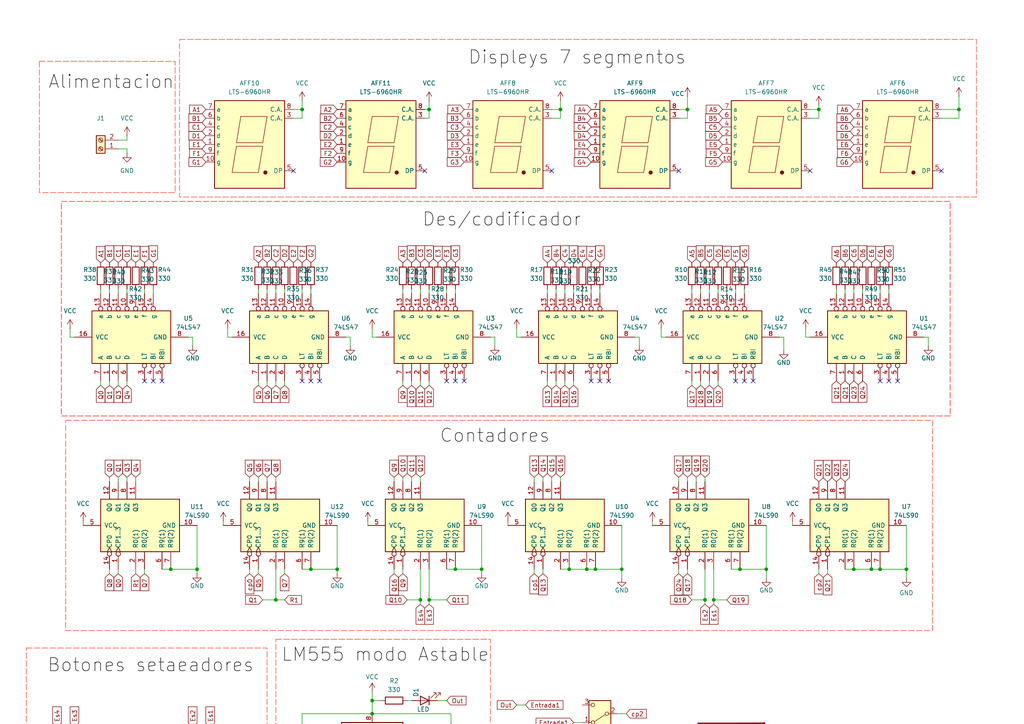
<source format=kicad_sch>
(kicad_sch (version 20250114) (generator "eeschema") (generator_version "9.0")
  (paper "A4")
  (lib_symbols
    (symbol "4xxx:4081" (pin_names (offset 1.016))
      (property "Reference" "U" (at 0 1.27 0))
      (property "Value" "4081" (at 0 -1.27 0))
      (symbol "4081_1_1"
        (pin input line (at -7.62 2.54 0) (length 3.81) (name "~") (number "1"))
        (pin input line (at -7.62 -2.54 0) (length 3.81) (name "~") (number "2"))
        (pin output line (at 7.62 0 180) (length 3.81) (name "~") (number "3"))
      )
      (symbol "4081_1_2"
        (pin input inverted (at -7.62 2.54 0) (length 4.318) (name "~") (number "1"))
        (pin input inverted (at -7.62 -2.54 0) (length 4.318) (name "~") (number "2"))
        (pin output inverted (at 7.62 0 180) (length 3.81) (name "~") (number "3"))
      )
      (symbol "4081_2_1"
        (pin input line (at -7.62 2.54 0) (length 3.81) (name "~") (number "5"))
        (pin input line (at -7.62 -2.54 0) (length 3.81) (name "~") (number "6"))
        (pin output line (at 7.62 0 180) (length 3.81) (name "~") (number "4"))
      )
      (symbol "4081_2_2"
        (pin input inverted (at -7.62 2.54 0) (length 4.318) (name "~") (number "5"))
        (pin input inverted (at -7.62 -2.54 0) (length 4.318) (name "~") (number "6"))
        (pin output inverted (at 7.62 0 180) (length 3.81) (name "~") (number "4"))
      )
      (symbol "4081_3_1"
        (pin input line (at -7.62 2.54 0) (length 3.81) (name "~") (number "8"))
        (pin input line (at -7.62 -2.54 0) (length 3.81) (name "~") (number "9"))
        (pin output line (at 7.62 0 180) (length 3.81) (name "~") (number "10"))
      )
      (symbol "4081_3_2"
        (pin input inverted (at -7.62 2.54 0) (length 4.318) (name "~") (number "8"))
        (pin input inverted (at -7.62 -2.54 0) (length 4.318) (name "~") (number "9"))
        (pin output inverted (at 7.62 0 180) (length 3.81) (name "~") (number "10"))
      )
      (symbol "4081_4_1"
        (pin input line (at -7.62 2.54 0) (length 3.81) (name "~") (number "12"))
        (pin input line (at -7.62 -2.54 0) (length 3.81) (name "~") (number "13"))
        (pin output line (at 7.62 0 180) (length 3.81) (name "~") (number "11"))
      )
      (symbol "4081_4_2"
        (pin input inverted (at -7.62 2.54 0) (length 4.318) (name "~") (number "12"))
        (pin input inverted (at -7.62 -2.54 0) (length 4.318) (name "~") (number "13"))
        (pin output inverted (at 7.62 0 180) (length 3.81) (name "~") (number "11"))
      )
      (symbol "4081_5_0"
        (pin power_in line (at 0 12.7 270) (length 5.08) (name "VDD") (number "14"))
        (pin power_in line (at 0 -12.7 90) (length 5.08) (name "VSS") (number "7"))
      )
    )
    (symbol "74xx:74LS47" (pin_names (offset 1.016))
      (property "Reference" "U" (at -7.62 11.43 0))
      (property "Value" "74LS47" (at -7.62 -13.97 0))
      (symbol "74LS47_1_0"
        (pin input line (at -12.7 7.62 0) (length 5.08) (name "A") (number "7"))
        (pin input line (at -12.7 5.08 0) (length 5.08) (name "B") (number "1"))
        (pin input line (at -12.7 2.54 0) (length 5.08) (name "C") (number "2"))
        (pin input line (at -12.7 0 0) (length 5.08) (name "D") (number "6"))
        (pin input inverted (at -12.7 -5.08 0) (length 5.08) (name "LT") (number "3"))
        (pin input inverted (at -12.7 -7.62 0) (length 5.08) (name "BI") (number "4"))
        (pin input inverted (at -12.7 -10.16 0) (length 5.08) (name "RBI") (number "5"))
        (pin power_in line (at 0 15.24 270) (length 5.08) (name "VCC") (number "16"))
        (pin power_in line (at 0 -17.78 90) (length 5.08) (name "GND") (number "8"))
        (pin open_collector inverted (at 12.7 7.62 180) (length 5.08) (name "a") (number "13"))
        (pin open_collector inverted (at 12.7 5.08 180) (length 5.08) (name "b") (number "12"))
        (pin open_collector inverted (at 12.7 2.54 180) (length 5.08) (name "c") (number "11"))
        (pin open_collector inverted (at 12.7 0 180) (length 5.08) (name "d") (number "10"))
        (pin open_collector inverted (at 12.7 -2.54 180) (length 5.08) (name "e") (number "9"))
        (pin open_collector inverted (at 12.7 -5.08 180) (length 5.08) (name "f") (number "15"))
        (pin open_collector inverted (at 12.7 -7.62 180) (length 5.08) (name "g") (number "14"))
      )
    )
    (symbol "74xx:74LS90" (pin_names (offset 1.016))
      (property "Reference" "U" (at -7.62 11.43 0))
      (property "Value" "74LS90" (at -7.62 -13.97 0))
      (symbol "74LS90_1_0"
        (pin input inverted_clock (at -12.7 7.62 0) (length 5.08) (name "CP0") (number "14"))
        (pin input inverted_clock (at -12.7 5.08 0) (length 5.08) (name "CP1..3") (number "1"))
        (pin input line (at -12.7 0 0) (length 5.08) (name "R0(1)") (number "2"))
        (pin input line (at -12.7 -2.54 0) (length 5.08) (name "R0(2)") (number "3"))
        (pin input line (at -12.7 -7.62 0) (length 5.08) (name "R9(1)") (number "6"))
        (pin input line (at -12.7 -10.16 0) (length 5.08) (name "R9(2)") (number "7"))
        (pin power_in line (at 0 15.24 270) (length 5.08) (name "VCC") (number "5"))
        (pin power_in line (at 0 -17.78 90) (length 5.08) (name "GND") (number "10"))
        (pin output line (at 12.7 7.62 180) (length 5.08) (name "Q0") (number "12"))
        (pin output line (at 12.7 5.08 180) (length 5.08) (name "Q1") (number "9"))
        (pin output line (at 12.7 2.54 180) (length 5.08) (name "Q2") (number "8"))
        (pin output line (at 12.7 0 180) (length 5.08) (name "Q3") (number "11"))
      )
    )
    (symbol "Connector:Screw_Terminal_01x02" (pin_names (offset 1.016) (hide yes))
      (property "Reference" "J" (at 0 2.54 0))
      (property "Value" "Screw_Terminal_01x02" (at 0 -5.08 0))
      (symbol "Screw_Terminal_01x02_1_1"
        (pin passive line (at -5.08 0 0) (length 3.81) (name "Pin_1") (number "1"))
        (pin passive line (at -5.08 -2.54 0) (length 3.81) (name "Pin_2") (number "2"))
      )
    )
    (symbol "Device:C" (pin_numbers (hide yes)) (pin_names (offset 0.254))
      (property "Reference" "C" (at 0.635 2.54 0))
      (property "Value" "C" (at 0.635 -2.54 0))
      (symbol "C_1_1"
        (pin passive line (at 0 3.81 270) (length 2.794) (name "~") (number "1"))
        (pin passive line (at 0 -3.81 90) (length 2.794) (name "~") (number "2"))
      )
    )
    (symbol "Device:LED" (pin_numbers (hide yes)) (pin_names (offset 1.016) (hide yes))
      (property "Reference" "D" (at 0 2.54 0))
      (property "Value" "LED" (at 0 -2.54 0))
      (symbol "LED_1_1"
        (pin passive line (at -3.81 0 0) (length 2.54) (name "K") (number "1"))
        (pin passive line (at 3.81 0 180) (length 2.54) (name "A") (number "2"))
      )
    )
    (symbol "Device:R" (pin_numbers (hide yes)) (pin_names (offset 0))
      (property "Reference" "R" (at 2.032 0 90))
      (property "Value" "R" (at 0 0 90))
      (symbol "R_1_1"
        (pin passive line (at 0 3.81 270) (length 1.27) (name "~") (number "1"))
        (pin passive line (at 0 -3.81 90) (length 1.27) (name "~") (number "2"))
      )
    )
    (symbol "Display_Character:LTS-6960HR"
      (property "Reference" "AFF" (at -7.874 13.97 0))
      (property "Value" "LTS-6960HR" (at -2.032 13.97 0))
      (symbol "LTS-6960HR_1_1"
        (pin passive line (at -12.7 10.16 0) (length 2.54) (name "a") (number "7"))
        (pin passive line (at -12.7 7.62 0) (length 2.54) (name "b") (number "6"))
        (pin passive line (at -12.7 5.08 0) (length 2.54) (name "c") (number "4"))
        (pin passive line (at -12.7 2.54 0) (length 2.54) (name "d") (number "2"))
        (pin passive line (at -12.7 0 0) (length 2.54) (name "e") (number "1"))
        (pin passive line (at -12.7 -2.54 0) (length 2.54) (name "f") (number "9"))
        (pin passive line (at -12.7 -5.08 0) (length 2.54) (name "g") (number "10"))
        (pin passive line (at 12.7 10.16 180) (length 2.54) (name "C.A.") (number "8"))
        (pin passive line (at 12.7 7.62 180) (length 2.54) (name "C.A.") (number "3"))
        (pin passive line (at 12.7 -7.62 180) (length 2.54) (name "DP") (number "5"))
      )
    )
    (symbol "EESTN5:LOGO_EESTN5_2" (pin_names (offset 1.016)))
    (symbol "EESTN5:Mounting_Hole" (pin_names (offset 1.016))
      (property "Reference" "H" (at 0 5.08 0))
    )
    (symbol "Switch:SW_DPDT_x2" (pin_names (offset 0) (hide yes))
      (property "Reference" "SW" (at 0 5.08 0))
      (property "Value" "SW_DPDT_x2" (at 0 -5.08 0))
      (symbol "SW_DPDT_x2_1_1"
        (pin passive line (at -5.08 0 0) (length 2.54) (name "B") (number "2"))
        (pin passive line (at 5.08 2.54 180) (length 2.54) (name "A") (number "1"))
        (pin passive line (at 5.08 -2.54 180) (length 2.54) (name "C") (number "3"))
      )
      (symbol "SW_DPDT_x2_2_1"
        (pin passive line (at -5.08 0 0) (length 2.54) (name "B") (number "5"))
        (pin passive line (at 5.08 2.54 180) (length 2.54) (name "A") (number "4"))
        (pin passive line (at 5.08 -2.54 180) (length 2.54) (name "C") (number "6"))
      )
    )
    (symbol "Switch:SW_MEC_5G" (pin_numbers (hide yes)) (pin_names (offset 1.016) (hide yes))
      (property "Reference" "SW" (at 1.27 2.54 0))
      (property "Value" "SW_MEC_5G" (at 0 -1.524 0))
      (symbol "SW_MEC_5G_0_1"
        (pin passive line (at -5.08 0 0) (length 2.54) (name "A") (number "1"))
        (pin passive line (at 5.08 0 180) (length 2.54) (name "B") (number "3"))
      )
      (symbol "SW_MEC_5G_1_1"
        (pin passive line (at -5.08 0 0) (length 2.54) (hide yes) (name "A") (number "2"))
        (pin passive line (at 5.08 0 180) (length 2.54) (hide yes) (name "B") (number "4"))
      )
    )
    (symbol "Timer:LM555xM"
      (property "Reference" "U" (at -10.16 8.89 0))
      (property "Value" "LM555xM" (at 2.54 8.89 0))
      (symbol "LM555xM_0_0"
        (pin power_in line (at 0 10.16 270) (length 2.54) (name "VCC") (number "8"))
        (pin power_in line (at 0 -10.16 90) (length 2.54) (name "GND") (number "1"))
      )
      (symbol "LM555xM_1_1"
        (pin input line (at -12.7 5.08 0) (length 3.81) (name "TR") (number "2"))
        (pin input line (at -12.7 0 0) (length 3.81) (name "CV") (number "5"))
        (pin input inverted (at -12.7 -5.08 0) (length 3.81) (name "R") (number "4"))
        (pin output line (at 12.7 5.08 180) (length 3.81) (name "Q") (number "3"))
        (pin input line (at 12.7 0 180) (length 3.81) (name "DIS") (number "7"))
        (pin input line (at 12.7 -5.08 180) (length 3.81) (name "THR") (number "6"))
      )
    )
    (symbol "power:GND" (power) (pin_numbers (hide yes)) (pin_names (offset 0) (hide yes))
      (property "Value" "GND" (at 0 -3.81 0))
      (symbol "GND_1_1"
        (pin power_in line (at 0 0 270) (length 0) (name "~") (number "1"))
      )
    )
    (symbol "power:VCC" (power) (pin_numbers (hide yes)) (pin_names (offset 0) (hide yes))
      (property "Value" "VCC" (at 0 3.556 0))
      (symbol "VCC_1_1"
        (pin power_in line (at 0 0 90) (length 0) (name "~") (number "1"))
      )
    )
  )
  (rectangle (start 19.05 121.92) (end 270.51 182.88) (stroke (width 0) (type dash) (color 255 45 18 1)))
  (rectangle (start 52.07 11.43) (end 283.21 57.15) (stroke (width 0) (type dash) (color 255 45 18 1)))
  (rectangle (start 17.78 58.42) (end 275.59 120.65) (stroke (width 0) (type dash) (color 255 0 0 1)))
  (rectangle (start 7.62 187.96) (end 77.47 236.22) (stroke (width 0) (type dash) (color 255 45 18 1)))
  (rectangle (start 80.01 185.42) (end 142.24 241.3) (stroke (width 0) (type dash) (color 255 45 18 1)))
  (rectangle (start 11.43 17.78) (end 50.8 55.88) (stroke (width 0) (type dash) (color 255 45 18 1)))
  (text "Des/codificador\n" (at 145.542 63.754 0) (effects (font (size 3.81 3.81))))
  (text "Contadores" (at 143.51 126.492 0) (effects (font (size 3.81 3.81))))
  (text "Displeys 7 segmentos" (at 167.386 16.764 0) (effects (font (size 3.81 3.81))))
  (text "Botones setaeadores" (at 43.688 193.04 0) (effects (font (size 3.81 3.81))))
  (text "Alimentacion\n" (at 32.258 23.876 0) (effects (font (size 3.81 3.81))))
  (text "LM555 modo Astable" (at 111.76 189.992 0) (effects (font (size 3.81 3.81))))
  (junction (at 132.08 165.1))
  (junction (at 107.95 207.01))
  (junction (at 180.34 165.1))
  (junction (at 172.72 165.1))
  (junction (at 170.18 165.1))
  (junction (at 214.63 165.1))
  (junction (at 255.27 165.1))
  (junction (at 252.73 165.1))
  (junction (at 107.95 203.2))
  (junction (at 139.7 165.1))
  (junction (at 97.79 165.1))
  (junction (at 58.42 228.6))
  (junction (at 199.39 31.75))
  (junction (at 124.46 31.75))
  (junction (at 123.19 222.25))
  (junction (at 237.49 31.75))
  (junction (at 204.47 173.99))
  (junction (at 90.17 165.1))
  (junction (at 57.15 165.1))
  (junction (at 222.25 165.1))
  (junction (at 87.63 31.75))
  (junction (at 162.56 31.75))
  (junction (at 121.92 173.99))
  (junction (at 247.65 165.1))
  (junction (at 262.89 165.1))
  (junction (at 207.01 173.99))
  (junction (at 278.13 31.75))
  (junction (at 130.81 217.17))
  (junction (at 124.46 173.99))
  (junction (at 19.05 228.6))
  (junction (at 165.1 165.1))
  (junction (at 80.01 173.99))
  (junction (at 49.53 165.1))
  (junction (at 107.95 232.41))
  (no_connect (at 173.99 110.49))
  (no_connect (at 234.95 49.53))
  (no_connect (at 218.44 110.49))
  (no_connect (at 87.63 110.49))
  (no_connect (at 41.91 110.49))
  (no_connect (at 196.85 49.53))
  (no_connect (at 123.19 49.53))
  (no_connect (at 176.53 110.49))
  (no_connect (at 132.08 110.49))
  (no_connect (at 213.36 110.49))
  (no_connect (at 134.62 110.49))
  (no_connect (at 46.99 110.49))
  (no_connect (at 85.09 49.53))
  (no_connect (at 273.05 49.53))
  (no_connect (at 255.27 110.49))
  (no_connect (at 257.81 110.49))
  (no_connect (at 129.54 110.49))
  (no_connect (at 90.17 110.49))
  (no_connect (at 260.35 110.49))
  (no_connect (at 160.02 49.53))
  (no_connect (at 215.9 110.49))
  (no_connect (at 92.71 110.49))
  (no_connect (at 171.45 110.49))
  (no_connect (at 44.45 110.49))
  (wire (pts (xy 129.54 83.82) (xy 129.54 85.09)))
  (wire (pts (xy 82.55 166.37) (xy 82.55 165.1)))
  (wire (pts (xy 181.61 207.01) (xy 179.07 207.01)))
  (wire (pts (xy 172.72 165.1) (xy 180.34 165.1)))
  (wire (pts (xy 31.75 111.76) (xy 31.75 110.49)))
  (wire (pts (xy 247.65 83.82) (xy 247.65 85.09)))
  (wire (pts (xy 255.27 83.82) (xy 255.27 85.09)))
  (wire (pts (xy 34.29 227.33) (xy 34.29 229.87)))
  (wire (pts (xy 160.02 138.43) (xy 160.02 139.7)))
  (wire (pts (xy 34.29 83.82) (xy 34.29 85.09)))
  (wire (pts (xy 87.63 29.21) (xy 87.63 31.75)))
  (wire (pts (xy 162.56 31.75) (xy 162.56 34.29)))
  (wire (pts (xy 107.95 232.41) (xy 107.95 233.68)))
  (wire (pts (xy 106.68 151.13) (xy 106.68 152.4)))
  (wire (pts (xy 20.32 97.79) (xy 21.59 97.79)))
  (wire (pts (xy 82.55 173.99) (xy 80.01 173.99)))
  (wire (pts (xy 234.95 34.29) (xy 237.49 34.29)))
  (wire (pts (xy 130.81 217.17) (xy 130.81 218.44)))
  (wire (pts (xy 168.91 83.82) (xy 168.91 85.09)))
  (wire (pts (xy 233.68 95.25) (xy 233.68 97.79)))
  (wire (pts (xy 158.75 83.82) (xy 158.75 85.09)))
  (wire (pts (xy 74.93 83.82) (xy 74.93 85.09)))
  (wire (pts (xy 222.25 165.1) (xy 214.63 165.1)))
  (wire (pts (xy 97.79 165.1) (xy 97.79 166.37)))
  (wire (pts (xy 121.92 212.09) (xy 120.65 212.09)))
  (wire (pts (xy 60.96 210.82) (xy 60.96 212.09)))
  (wire (pts (xy 77.47 138.43) (xy 77.47 139.7)))
  (wire (pts (xy 34.29 43.18) (xy 36.83 43.18)))
  (wire (pts (xy 121.92 165.1) (xy 121.92 173.99)))
  (wire (pts (xy 16.51 228.6) (xy 19.05 228.6)))
  (wire (pts (xy 124.46 173.99) (xy 129.54 173.99)))
  (wire (pts (xy 36.83 111.76) (xy 36.83 110.49)))
  (wire (pts (xy 29.21 83.82) (xy 29.21 85.09)))
  (wire (pts (xy 180.34 165.1) (xy 180.34 167.64)))
  (wire (pts (xy 124.46 222.25) (xy 124.46 226.06)))
  (wire (pts (xy 262.89 152.4) (xy 262.89 165.1)))
  (wire (pts (xy 107.95 200.66) (xy 107.95 203.2)))
  (wire (pts (xy 29.21 110.49) (xy 29.21 111.76)))
  (wire (pts (xy 173.99 83.82) (xy 173.99 85.09)))
  (wire (pts (xy 124.46 83.82) (xy 124.46 85.09)))
  (wire (pts (xy 203.2 111.76) (xy 203.2 110.49)))
  (wire (pts (xy 34.29 165.1) (xy 34.29 166.37)))
  (wire (pts (xy 252.73 165.1) (xy 255.27 165.1)))
  (wire (pts (xy 163.83 83.82) (xy 163.83 85.09)))
  (wire (pts (xy 262.89 165.1) (xy 255.27 165.1)))
  (wire (pts (xy 215.9 83.82) (xy 215.9 85.09)))
  (wire (pts (xy 124.46 165.1) (xy 124.46 173.99)))
  (wire (pts (xy 200.66 173.99) (xy 204.47 173.99)))
  (wire (pts (xy 245.11 165.1) (xy 247.65 165.1)))
  (wire (pts (xy 160.02 34.29) (xy 162.56 34.29)))
  (wire (pts (xy 127 203.2) (xy 129.54 203.2)))
  (wire (pts (xy 166.37 83.82) (xy 166.37 85.09)))
  (wire (pts (xy 87.63 31.75) (xy 87.63 34.29)))
  (wire (pts (xy 55.88 228.6) (xy 58.42 228.6)))
  (wire (pts (xy 120.65 222.25) (xy 123.19 222.25)))
  (wire (pts (xy 64.77 151.13) (xy 64.77 152.4)))
  (wire (pts (xy 242.57 83.82) (xy 242.57 85.09)))
  (wire (pts (xy 66.04 95.25) (xy 66.04 97.79)))
  (wire (pts (xy 31.75 166.37) (xy 31.75 165.1)))
  (wire (pts (xy 278.13 27.94) (xy 278.13 31.75)))
  (wire (pts (xy 58.42 229.87) (xy 58.42 228.6)))
  (wire (pts (xy 121.92 83.82) (xy 121.92 85.09)))
  (wire (pts (xy 139.7 165.1) (xy 139.7 166.37)))
  (wire (pts (xy 208.28 111.76) (xy 208.28 110.49)))
  (wire (pts (xy 199.39 165.1) (xy 199.39 166.37)))
  (wire (pts (xy 250.19 83.82) (xy 250.19 85.09)))
  (wire (pts (xy 19.05 228.6) (xy 19.05 229.87)))
  (wire (pts (xy 237.49 166.37) (xy 237.49 165.1)))
  (wire (pts (xy 252.73 83.82) (xy 252.73 85.09)))
  (wire (pts (xy 58.42 227.33) (xy 58.42 228.6)))
  (wire (pts (xy 129.54 165.1) (xy 132.08 165.1)))
  (wire (pts (xy 237.49 31.75) (xy 237.49 34.29)))
  (wire (pts (xy 273.05 31.75) (xy 278.13 31.75)))
  (wire (pts (xy 80.01 111.76) (xy 80.01 110.49)))
  (wire (pts (xy 121.92 173.99) (xy 118.11 173.99)))
  (wire (pts (xy 180.34 152.4) (xy 180.34 165.1)))
  (wire (pts (xy 87.63 165.1) (xy 90.17 165.1)))
  (wire (pts (xy 107.95 203.2) (xy 110.49 203.2)))
  (wire (pts (xy 157.48 138.43) (xy 157.48 139.7)))
  (wire (pts (xy 116.84 166.37) (xy 116.84 165.1)))
  (wire (pts (xy 222.25 165.1) (xy 222.25 167.64)))
  (wire (pts (xy 205.74 83.82) (xy 205.74 85.09)))
  (wire (pts (xy 101.6 97.79) (xy 101.6 100.33)))
  (wire (pts (xy 116.84 111.76) (xy 116.84 110.49)))
  (wire (pts (xy 118.11 203.2) (xy 119.38 203.2)))
  (wire (pts (xy 85.09 34.29) (xy 87.63 34.29)))
  (wire (pts (xy 39.37 166.37) (xy 39.37 165.1)))
  (wire (pts (xy 196.85 31.75) (xy 199.39 31.75)))
  (wire (pts (xy 85.09 83.82) (xy 85.09 85.09)))
  (wire (pts (xy 212.09 165.1) (xy 214.63 165.1)))
  (wire (pts (xy 31.75 83.82) (xy 31.75 85.09)))
  (wire (pts (xy 41.91 166.37) (xy 41.91 165.1)))
  (wire (pts (xy 168.91 209.55) (xy 166.37 209.55)))
  (wire (pts (xy 149.86 95.25) (xy 149.86 97.79)))
  (wire (pts (xy 107.95 97.79) (xy 109.22 97.79)))
  (wire (pts (xy 82.55 111.76) (xy 82.55 110.49)))
  (wire (pts (xy 123.19 34.29) (xy 124.46 34.29)))
  (wire (pts (xy 204.47 173.99) (xy 204.47 175.26)))
  (wire (pts (xy 73.66 229.87) (xy 71.12 229.87)))
  (wire (pts (xy 154.94 138.43) (xy 154.94 139.7)))
  (wire (pts (xy 203.2 83.82) (xy 203.2 85.09)))
  (wire (pts (xy 85.09 31.75) (xy 87.63 31.75)))
  (wire (pts (xy 160.02 31.75) (xy 162.56 31.75)))
  (wire (pts (xy 161.29 111.76) (xy 161.29 110.49)))
  (wire (pts (xy 162.56 29.21) (xy 162.56 31.75)))
  (wire (pts (xy 229.87 151.13) (xy 229.87 152.4)))
  (wire (pts (xy 36.83 39.37) (xy 36.83 40.64)))
  (wire (pts (xy 39.37 83.82) (xy 39.37 85.09)))
  (wire (pts (xy 171.45 83.82) (xy 171.45 85.09)))
  (wire (pts (xy 120.65 217.17) (xy 130.81 217.17)))
  (wire (pts (xy 20.32 95.25) (xy 20.32 97.79)))
  (wire (pts (xy 273.05 34.29) (xy 278.13 34.29)))
  (wire (pts (xy 36.83 43.18) (xy 36.83 44.45)))
  (wire (pts (xy 114.3 166.37) (xy 114.3 165.1)))
  (wire (pts (xy 21.59 210.82) (xy 21.59 212.09)))
  (wire (pts (xy 196.85 138.43) (xy 196.85 139.7)))
  (wire (pts (xy 245.11 83.82) (xy 245.11 85.09)))
  (wire (pts (xy 124.46 173.99) (xy 124.46 175.26)))
  (wire (pts (xy 147.32 151.13) (xy 147.32 152.4)))
  (wire (pts (xy 123.19 222.25) (xy 123.19 227.33)))
  (wire (pts (xy 34.29 111.76) (xy 34.29 110.49)))
  (wire (pts (xy 157.48 165.1) (xy 157.48 166.37)))
  (wire (pts (xy 80.01 138.43) (xy 80.01 139.7)))
  (wire (pts (xy 102.87 232.41) (xy 107.95 232.41)))
  (wire (pts (xy 199.39 27.94) (xy 199.39 31.75)))
  (wire (pts (xy 93.98 232.41) (xy 95.25 232.41)))
  (wire (pts (xy 166.37 111.76) (xy 166.37 110.49)))
  (wire (pts (xy 139.7 152.4) (xy 139.7 165.1)))
  (wire (pts (xy 204.47 138.43) (xy 204.47 139.7)))
  (wire (pts (xy 90.17 83.82) (xy 90.17 85.09)))
  (wire (pts (xy 121.92 111.76) (xy 121.92 110.49)))
  (wire (pts (xy 278.13 31.75) (xy 278.13 34.29)))
  (wire (pts (xy 87.63 222.25) (xy 87.63 207.01)))
  (wire (pts (xy 139.7 165.1) (xy 132.08 165.1)))
  (wire (pts (xy 199.39 138.43) (xy 199.39 139.7)))
  (wire (pts (xy 269.24 97.79) (xy 269.24 100.33)))
  (wire (pts (xy 80.01 173.99) (xy 76.2 173.99)))
  (wire (pts (xy 31.75 138.43) (xy 31.75 139.7)))
  (wire (pts (xy 237.49 30.48) (xy 237.49 31.75)))
  (wire (pts (xy 55.88 97.79) (xy 55.88 100.33)))
  (wire (pts (xy 149.86 97.79) (xy 151.13 97.79)))
  (wire (pts (xy 74.93 111.76) (xy 74.93 110.49)))
  (wire (pts (xy 162.56 138.43) (xy 162.56 139.7)))
  (wire (pts (xy 240.03 165.1) (xy 240.03 166.37)))
  (wire (pts (xy 196.85 34.29) (xy 199.39 34.29)))
  (wire (pts (xy 80.01 165.1) (xy 80.01 173.99)))
  (wire (pts (xy 127 83.82) (xy 127 85.09)))
  (wire (pts (xy 262.89 165.1) (xy 262.89 167.64)))
  (wire (pts (xy 124.46 31.75) (xy 124.46 34.29)))
  (wire (pts (xy 130.81 207.01) (xy 130.81 209.55)))
  (wire (pts (xy 185.42 97.79) (xy 185.42 100.33)))
  (wire (pts (xy 39.37 138.43) (xy 39.37 139.7)))
  (wire (pts (xy 124.46 226.06) (xy 130.81 226.06)))
  (wire (pts (xy 44.45 83.82) (xy 44.45 85.09)))
  (wire (pts (xy 143.51 97.79) (xy 143.51 100.33)))
  (wire (pts (xy 233.68 97.79) (xy 234.95 97.79)))
  (wire (pts (xy 121.92 173.99) (xy 121.92 175.26)))
  (wire (pts (xy 124.46 29.21) (xy 124.46 31.75)))
  (wire (pts (xy 72.39 166.37) (xy 72.39 165.1)))
  (wire (pts (xy 114.3 138.43) (xy 114.3 139.7)))
  (wire (pts (xy 87.63 83.82) (xy 87.63 85.09)))
  (wire (pts (xy 201.93 138.43) (xy 201.93 139.7)))
  (wire (pts (xy 19.05 227.33) (xy 19.05 228.6)))
  (wire (pts (xy 170.18 165.1) (xy 172.72 165.1)))
  (wire (pts (xy 87.63 207.01) (xy 107.95 207.01)))
  (wire (pts (xy 74.93 138.43) (xy 74.93 139.7)))
  (wire (pts (xy 247.65 165.1) (xy 252.73 165.1)))
  (wire (pts (xy 123.19 222.25) (xy 124.46 222.25)))
  (wire (pts (xy 55.88 210.82) (xy 55.88 212.09)))
  (wire (pts (xy 116.84 138.43) (xy 116.84 139.7)))
  (wire (pts (xy 100.33 97.79) (xy 101.6 97.79)))
  (wire (pts (xy 55.88 97.79) (xy 54.61 97.79)))
  (wire (pts (xy 267.97 97.79) (xy 269.24 97.79)))
  (wire (pts (xy 116.84 83.82) (xy 116.84 85.09)))
  (wire (pts (xy 87.63 222.25) (xy 95.25 222.25)))
  (wire (pts (xy 200.66 83.82) (xy 200.66 85.09)))
  (wire (pts (xy 208.28 83.82) (xy 208.28 85.09)))
  (wire (pts (xy 58.42 229.87) (xy 60.96 229.87)))
  (wire (pts (xy 158.75 111.76) (xy 158.75 110.49)))
  (wire (pts (xy 34.29 229.87) (xy 31.75 229.87)))
  (wire (pts (xy 90.17 165.1) (xy 97.79 165.1)))
  (wire (pts (xy 191.77 95.25) (xy 191.77 97.79)))
  (wire (pts (xy 107.95 227.33) (xy 107.95 232.41)))
  (wire (pts (xy 121.92 138.43) (xy 121.92 139.7)))
  (wire (pts (xy 123.19 31.75) (xy 124.46 31.75)))
  (wire (pts (xy 207.01 173.99) (xy 207.01 175.26)))
  (wire (pts (xy 162.56 165.1) (xy 165.1 165.1)))
  (wire (pts (xy 257.81 83.82) (xy 257.81 85.09)))
  (wire (pts (xy 107.95 203.2) (xy 107.95 207.01)))
  (wire (pts (xy 191.77 97.79) (xy 193.04 97.79)))
  (wire (pts (xy 189.23 151.13) (xy 189.23 152.4)))
  (wire (pts (xy 80.01 83.82) (xy 80.01 85.09)))
  (wire (pts (xy 161.29 83.82) (xy 161.29 85.09)))
  (wire (pts (xy 16.51 210.82) (xy 16.51 212.09)))
  (wire (pts (xy 119.38 111.76) (xy 119.38 110.49)))
  (wire (pts (xy 119.38 83.82) (xy 119.38 85.09)))
  (wire (pts (xy 205.74 111.76) (xy 205.74 110.49)))
  (wire (pts (xy 226.06 97.79) (xy 227.33 97.79)))
  (wire (pts (xy 97.79 152.4) (xy 97.79 165.1)))
  (wire (pts (xy 82.55 83.82) (xy 82.55 85.09)))
  (wire (pts (xy 19.05 229.87) (xy 21.59 229.87)))
  (wire (pts (xy 34.29 40.64) (xy 36.83 40.64)))
  (wire (pts (xy 207.01 165.1) (xy 207.01 173.99)))
  (wire (pts (xy 24.13 151.13) (xy 24.13 152.4)))
  (wire (pts (xy 222.25 152.4) (xy 222.25 165.1)))
  (wire (pts (xy 152.4 204.47) (xy 149.86 204.47)))
  (wire (pts (xy 34.29 138.43) (xy 34.29 139.7)))
  (wire (pts (xy 184.15 97.79) (xy 185.42 97.79)))
  (wire (pts (xy 66.04 97.79) (xy 67.31 97.79)))
  (wire (pts (xy 154.94 166.37) (xy 154.94 165.1)))
  (wire (pts (xy 196.85 165.1) (xy 196.85 166.37)))
  (wire (pts (xy 77.47 83.82) (xy 77.47 85.09)))
  (wire (pts (xy 124.46 111.76) (xy 124.46 110.49)))
  (wire (pts (xy 73.66 227.33) (xy 73.66 229.87)))
  (wire (pts (xy 57.15 165.1) (xy 57.15 166.37)))
  (wire (pts (xy 36.83 138.43) (xy 36.83 139.7)))
  (wire (pts (xy 77.47 111.76) (xy 77.47 110.49)))
  (wire (pts (xy 163.83 111.76) (xy 163.83 110.49)))
  (wire (pts (xy 234.95 31.75) (xy 237.49 31.75)))
  (wire (pts (xy 165.1 165.1) (xy 170.18 165.1)))
  (wire (pts (xy 49.53 165.1) (xy 46.99 165.1)))
  (wire (pts (xy 132.08 83.82) (xy 132.08 85.09)))
  (wire (pts (xy 74.93 166.37) (xy 74.93 165.1)))
  (wire (pts (xy 57.15 165.1) (xy 49.53 165.1)))
  (wire (pts (xy 93.98 212.09) (xy 95.25 212.09)))
  (wire (pts (xy 36.83 83.82) (xy 36.83 85.09)))
  (wire (pts (xy 72.39 138.43) (xy 72.39 139.7)))
  (wire (pts (xy 142.24 97.79) (xy 143.51 97.79)))
  (wire (pts (xy 210.82 83.82) (xy 210.82 85.09)))
  (wire (pts (xy 227.33 97.79) (xy 227.33 101.6)))
  (wire (pts (xy 107.95 207.01) (xy 130.81 207.01)))
  (wire (pts (xy 41.91 83.82) (xy 41.91 85.09)))
  (wire (pts (xy 107.95 95.25) (xy 107.95 97.79)))
  (wire (pts (xy 213.36 83.82) (xy 213.36 85.09)))
  (wire (pts (xy 57.15 152.4) (xy 57.15 165.1)))
  (wire (pts (xy 200.66 111.76) (xy 200.66 110.49)))
  (wire (pts (xy 207.01 173.99) (xy 210.82 173.99)))
  (wire (pts (xy 199.39 31.75) (xy 199.39 34.29)))
  (wire (pts (xy 204.47 165.1) (xy 204.47 173.99)))
  (wire (pts (xy 119.38 138.43) (xy 119.38 139.7)))
  (global_label "F1" (shape input) (at 41.91 76.2 90) (property "Intersheetrefs" "${INTERSHEET_REFS}" (effects (hide yes))))
  (global_label "Q19" (shape input) (at 205.74 111.76 270) (property "Intersheetrefs" "${INTERSHEET_REFS}" (effects (hide yes))))
  (global_label "F3" (shape input) (at 129.54 76.2 90) (property "Intersheetrefs" "${INTERSHEET_REFS}" (effects (hide yes))))
  (global_label "C4" (shape input) (at 171.45 36.83 180) (property "Intersheetrefs" "${INTERSHEET_REFS}" (effects (hide yes))))
  (global_label "cp0" (shape input) (at 72.39 166.37 270) (property "Intersheetrefs" "${INTERSHEET_REFS}" (effects (hide yes))))
  (global_label "A4" (shape input) (at 158.75 76.2 90) (property "Intersheetrefs" "${INTERSHEET_REFS}" (effects (hide yes))))
  (global_label "D4" (shape input) (at 171.45 39.37 180) (property "Intersheetrefs" "${INTERSHEET_REFS}" (effects (hide yes))))
  (global_label "cp0" (shape input) (at 16.51 228.6 180) (property "Intersheetrefs" "${INTERSHEET_REFS}" (effects (hide yes))))
  (global_label "B5" (shape input) (at 209.55 34.29 180) (property "Intersheetrefs" "${INTERSHEET_REFS}" (effects (hide yes))))
  (global_label "G6" (shape input) (at 257.81 76.2 90) (property "Intersheetrefs" "${INTERSHEET_REFS}" (effects (hide yes))))
  (global_label "Q0" (shape input) (at 31.75 138.43 90) (property "Intersheetrefs" "${INTERSHEET_REFS}" (effects (hide yes))))
  (global_label "E3" (shape input) (at 127 76.2 90) (property "Intersheetrefs" "${INTERSHEET_REFS}" (effects (hide yes))))
  (global_label "Q7" (shape input) (at 80.01 111.76 270) (property "Intersheetrefs" "${INTERSHEET_REFS}" (effects (hide yes))))
  (global_label "C2" (shape input) (at 97.79 36.83 180) (property "Intersheetrefs" "${INTERSHEET_REFS}" (effects (hide yes))))
  (global_label "A5" (shape input) (at 209.55 31.75 180) (property "Intersheetrefs" "${INTERSHEET_REFS}" (effects (hide yes))))
  (global_label "Q21" (shape input) (at 242.57 110.49 270) (property "Intersheetrefs" "${INTERSHEET_REFS}" (effects (hide yes))))
  (global_label "Out" (shape input) (at 121.92 212.09 0) (property "Intersheetrefs" "${INTERSHEET_REFS}" (effects (hide yes))))
  (global_label "Q14" (shape input) (at 161.29 111.76 270) (property "Intersheetrefs" "${INTERSHEET_REFS}" (effects (hide yes))))
  (global_label "A5" (shape input) (at 200.66 76.2 90) (property "Intersheetrefs" "${INTERSHEET_REFS}" (effects (hide yes))))
  (global_label "D5" (shape input) (at 208.28 76.2 90) (property "Intersheetrefs" "${INTERSHEET_REFS}" (effects (hide yes))))
  (global_label "E4" (shape input) (at 168.91 76.2 90) (property "Intersheetrefs" "${INTERSHEET_REFS}" (effects (hide yes))))
  (global_label "Q11" (shape input) (at 121.92 111.76 270) (property "Intersheetrefs" "${INTERSHEET_REFS}" (effects (hide yes))))
  (global_label "Q10" (shape input) (at 118.11 173.99 180) (property "Intersheetrefs" "${INTERSHEET_REFS}" (effects (hide yes))))
  (global_label "C5" (shape input) (at 205.74 76.2 90) (property "Intersheetrefs" "${INTERSHEET_REFS}" (effects (hide yes))))
  (global_label "B3" (shape input) (at 134.62 34.29 180) (property "Intersheetrefs" "${INTERSHEET_REFS}" (effects (hide yes))))
  (global_label "Es1" (shape input) (at 207.01 175.26 270) (property "Intersheetrefs" "${INTERSHEET_REFS}" (effects (hide yes))))
  (global_label "B6" (shape input) (at 247.65 34.29 180) (property "Intersheetrefs" "${INTERSHEET_REFS}" (effects (hide yes))))
  (global_label "Q10" (shape input) (at 119.38 111.76 270) (property "Intersheetrefs" "${INTERSHEET_REFS}" (effects (hide yes))))
  (global_label "Q11" (shape input) (at 119.38 138.43 90) (property "Intersheetrefs" "${INTERSHEET_REFS}" (effects (hide yes))))
  (global_label "B6" (shape input) (at 245.11 76.2 90) (property "Intersheetrefs" "${INTERSHEET_REFS}" (effects (hide yes))))
  (global_label "C3" (shape input) (at 121.92 76.2 90) (property "Intersheetrefs" "${INTERSHEET_REFS}" (effects (hide yes))))
  (global_label "B3" (shape input) (at 119.38 76.2 90) (property "Intersheetrefs" "${INTERSHEET_REFS}" (effects (hide yes))))
  (global_label "Out" (shape input) (at 149.86 204.47 180) (property "Intersheetrefs" "${INTERSHEET_REFS}" (effects (hide yes))))
  (global_label "E2" (shape input) (at 85.09 76.2 90) (property "Intersheetrefs" "${INTERSHEET_REFS}" (effects (hide yes))))
  (global_label "Trig" (shape input) (at 93.98 232.41 180) (property "Intersheetrefs" "${INTERSHEET_REFS}" (effects (hide yes))))
  (global_label "D3" (shape input) (at 124.46 76.2 90) (property "Intersheetrefs" "${INTERSHEET_REFS}" (effects (hide yes))))
  (global_label "Q5" (shape input) (at 74.93 166.37 270) (property "Intersheetrefs" "${INTERSHEET_REFS}" (effects (hide yes))))
  (global_label "Q19" (shape input) (at 210.82 173.99 0) (property "Intersheetrefs" "${INTERSHEET_REFS}" (effects (hide yes))))
  (global_label "Q3" (shape input) (at 34.29 111.76 270) (property "Intersheetrefs" "${INTERSHEET_REFS}" (effects (hide yes))))
  (global_label "Q15" (shape input) (at 163.83 111.76 270) (property "Intersheetrefs" "${INTERSHEET_REFS}" (effects (hide yes))))
  (global_label "Q19" (shape input) (at 201.93 138.43 90) (property "Intersheetrefs" "${INTERSHEET_REFS}" (effects (hide yes))))
  (global_label "cp1" (shape input) (at 55.88 228.6 180) (property "Intersheetrefs" "${INTERSHEET_REFS}" (effects (hide yes))))
  (global_label "G3" (shape input) (at 132.08 76.2 90) (property "Intersheetrefs" "${INTERSHEET_REFS}" (effects (hide yes))))
  (global_label "Q13" (shape input) (at 158.75 111.76 270) (property "Intersheetrefs" "${INTERSHEET_REFS}" (effects (hide yes))))
  (global_label "Q17" (shape input) (at 199.39 166.37 270) (property "Intersheetrefs" "${INTERSHEET_REFS}" (effects (hide yes))))
  (global_label "Es4" (shape input) (at 16.51 210.82 90) (property "Intersheetrefs" "${INTERSHEET_REFS}" (effects (hide yes))))
  (global_label "F3" (shape input) (at 134.62 44.45 180) (property "Intersheetrefs" "${INTERSHEET_REFS}" (effects (hide yes))))
  (global_label "Q21" (shape input) (at 245.11 110.49 270) (property "Intersheetrefs" "${INTERSHEET_REFS}" (effects (hide yes))))
  (global_label "Q8" (shape input) (at 31.75 166.37 270) (property "Intersheetrefs" "${INTERSHEET_REFS}" (effects (hide yes))))
  (global_label "cp1" (shape input) (at 154.94 166.37 270) (property "Intersheetrefs" "${INTERSHEET_REFS}" (effects (hide yes))))
  (global_label "Q18" (shape input) (at 199.39 138.43 90) (property "Intersheetrefs" "${INTERSHEET_REFS}" (effects (hide yes))))
  (global_label "Q6" (shape input) (at 74.93 138.43 90) (property "Intersheetrefs" "${INTERSHEET_REFS}" (effects (hide yes))))
  (global_label "Q24" (shape input) (at 250.19 110.49 270) (property "Intersheetrefs" "${INTERSHEET_REFS}" (effects (hide yes))))
  (global_label "Q13" (shape input) (at 157.48 166.37 270) (property "Intersheetrefs" "${INTERSHEET_REFS}" (effects (hide yes))))
  (global_label "E6" (shape input) (at 252.73 76.2 90) (property "Intersheetrefs" "${INTERSHEET_REFS}" (effects (hide yes))))
  (global_label "D2" (shape input) (at 97.79 39.37 180) (property "Intersheetrefs" "${INTERSHEET_REFS}" (effects (hide yes))))
  (global_label "G1" (shape input) (at 59.69 46.99 180) (property "Intersheetrefs" "${INTERSHEET_REFS}" (effects (hide yes))))
  (global_label "G1" (shape input) (at 44.45 76.2 90) (property "Intersheetrefs" "${INTERSHEET_REFS}" (effects (hide yes))))
  (global_label "Q7" (shape input) (at 82.55 166.37 270) (property "Intersheetrefs" "${INTERSHEET_REFS}" (effects (hide yes))))
  (global_label "Q23" (shape input) (at 247.65 110.49 270) (property "Intersheetrefs" "${INTERSHEET_REFS}" (effects (hide yes))))
  (global_label "A2" (shape input) (at 74.93 76.2 90) (property "Intersheetrefs" "${INTERSHEET_REFS}" (effects (hide yes))))
  (global_label "F4" (shape input) (at 171.45 76.2 90) (property "Intersheetrefs" "${INTERSHEET_REFS}" (effects (hide yes))))
  (global_label "E5" (shape input) (at 210.82 76.2 90) (property "Intersheetrefs" "${INTERSHEET_REFS}" (effects (hide yes))))
  (global_label "Q18" (shape input) (at 203.2 111.76 270) (property "Intersheetrefs" "${INTERSHEET_REFS}" (effects (hide yes))))
  (global_label "Q21" (shape input) (at 237.49 139.7 90) (property "Intersheetrefs" "${INTERSHEET_REFS}" (effects (hide yes))))
  (global_label "cp2" (shape input) (at 181.61 207.01 0) (property "Intersheetrefs" "${INTERSHEET_REFS}" (effects (hide yes))))
  (global_label "Es3" (shape input) (at 124.46 175.26 270) (property "Intersheetrefs" "${INTERSHEET_REFS}" (effects (hide yes))))
  (global_label "G4" (shape input) (at 171.45 46.99 180) (property "Intersheetrefs" "${INTERSHEET_REFS}" (effects (hide yes))))
  (global_label "Trig" (shape input) (at 123.19 227.33 270) (property "Intersheetrefs" "${INTERSHEET_REFS}" (effects (hide yes))))
  (global_label "E5" (shape input) (at 209.55 41.91 180) (property "Intersheetrefs" "${INTERSHEET_REFS}" (effects (hide yes))))
  (global_label "A6" (shape input) (at 247.65 31.75 180) (property "Intersheetrefs" "${INTERSHEET_REFS}" (effects (hide yes))))
  (global_label "G5" (shape input) (at 209.55 46.99 180) (property "Intersheetrefs" "${INTERSHEET_REFS}" (effects (hide yes))))
  (global_label "Es2" (shape input) (at 204.47 175.26 270) (property "Intersheetrefs" "${INTERSHEET_REFS}" (effects (hide yes))))
  (global_label "Q14" (shape input) (at 157.48 138.43 90) (property "Intersheetrefs" "${INTERSHEET_REFS}" (effects (hide yes))))
  (global_label "Q17" (shape input) (at 196.85 138.43 90) (property "Intersheetrefs" "${INTERSHEET_REFS}" (effects (hide yes))))
  (global_label "cp2" (shape input) (at 237.49 166.37 270) (property "Intersheetrefs" "${INTERSHEET_REFS}" (effects (hide yes))))
  (global_label "F5" (shape input) (at 213.36 76.2 90) (property "Intersheetrefs" "${INTERSHEET_REFS}" (effects (hide yes))))
  (global_label "Q16" (shape input) (at 166.37 111.76 270) (property "Intersheetrefs" "${INTERSHEET_REFS}" (effects (hide yes))))
  (global_label "D3" (shape input) (at 134.62 39.37 180) (property "Intersheetrefs" "${INTERSHEET_REFS}" (effects (hide yes))))
  (global_label "G2" (shape input) (at 97.79 46.99 180) (property "Intersheetrefs" "${INTERSHEET_REFS}" (effects (hide yes))))
  (global_label "Q0" (shape input) (at 34.29 166.37 270) (property "Intersheetrefs" "${INTERSHEET_REFS}" (effects (hide yes))))
  (global_label "Q1" (shape input) (at 34.29 138.43 90) (property "Intersheetrefs" "${INTERSHEET_REFS}" (effects (hide yes))))
  (global_label "E4" (shape input) (at 171.45 41.91 180) (property "Intersheetrefs" "${INTERSHEET_REFS}" (effects (hide yes))))
  (global_label "A6" (shape input) (at 242.57 76.2 90) (property "Intersheetrefs" "${INTERSHEET_REFS}" (effects (hide yes))))
  (global_label "Q21" (shape input) (at 240.03 166.37 270) (property "Intersheetrefs" "${INTERSHEET_REFS}" (effects (hide yes))))
  (global_label "Q6" (shape input) (at 77.47 111.76 270) (property "Intersheetrefs" "${INTERSHEET_REFS}" (effects (hide yes))))
  (global_label "Q5" (shape input) (at 72.39 138.43 90) (property "Intersheetrefs" "${INTERSHEET_REFS}" (effects (hide yes))))
  (global_label "E3" (shape input) (at 134.62 41.91 180) (property "Intersheetrefs" "${INTERSHEET_REFS}" (effects (hide yes))))
  (global_label "C3" (shape input) (at 134.62 36.83 180) (property "Intersheetrefs" "${INTERSHEET_REFS}" (effects (hide yes))))
  (global_label "Q9" (shape input) (at 116.84 111.76 270) (property "Intersheetrefs" "${INTERSHEET_REFS}" (effects (hide yes))))
  (global_label "F5" (shape input) (at 209.55 44.45 180) (property "Intersheetrefs" "${INTERSHEET_REFS}" (effects (hide yes))))
  (global_label "D4" (shape input) (at 166.37 76.2 90) (property "Intersheetrefs" "${INTERSHEET_REFS}" (effects (hide yes))))
  (global_label "Q24" (shape input) (at 245.11 139.7 90) (property "Intersheetrefs" "${INTERSHEET_REFS}" (effects (hide yes))))
  (global_label "Trig" (shape input) (at 93.98 212.09 180) (property "Intersheetrefs" "${INTERSHEET_REFS}" (effects (hide yes))))
  (global_label "F2" (shape input) (at 97.79 44.45 180) (property "Intersheetrefs" "${INTERSHEET_REFS}" (effects (hide yes))))
  (global_label "C6" (shape input) (at 247.65 76.2 90) (property "Intersheetrefs" "${INTERSHEET_REFS}" (effects (hide yes))))
  (global_label "Q15" (shape input) (at 160.02 138.43 90) (property "Intersheetrefs" "${INTERSHEET_REFS}" (effects (hide yes))))
  (global_label "Q24" (shape input) (at 196.85 166.37 270) (property "Intersheetrefs" "${INTERSHEET_REFS}" (effects (hide yes))))
  (global_label "B5" (shape input) (at 203.2 76.2 90) (property "Intersheetrefs" "${INTERSHEET_REFS}" (effects (hide yes))))
  (global_label "Q12" (shape input) (at 124.46 111.76 270) (property "Intersheetrefs" "${INTERSHEET_REFS}" (effects (hide yes))))
  (global_label "Es4" (shape input) (at 121.92 175.26 270) (property "Intersheetrefs" "${INTERSHEET_REFS}" (effects (hide yes))))
  (global_label "G2" (shape input) (at 90.17 76.2 90) (property "Intersheetrefs" "${INTERSHEET_REFS}" (effects (hide yes))))
  (global_label "Es1" (shape input) (at 60.96 210.82 90) (property "Intersheetrefs" "${INTERSHEET_REFS}" (effects (hide yes))))
  (global_label "R1" (shape input) (at 39.37 166.37 270) (property "Intersheetrefs" "${INTERSHEET_REFS}" (effects (hide yes))))
  (global_label "Q9" (shape input) (at 114.3 138.43 90) (property "Intersheetrefs" "${INTERSHEET_REFS}" (effects (hide yes))))
  (global_label "D6" (shape input) (at 247.65 39.37 180) (property "Intersheetrefs" "${INTERSHEET_REFS}" (effects (hide yes))))
  (global_label "F6" (shape input) (at 255.27 76.2 90) (property "Intersheetrefs" "${INTERSHEET_REFS}" (effects (hide yes))))
  (global_label "A1" (shape input) (at 29.21 76.2 90) (property "Intersheetrefs" "${INTERSHEET_REFS}" (effects (hide yes))))
  (global_label "Q9" (shape input) (at 116.84 166.37 270) (property "Intersheetrefs" "${INTERSHEET_REFS}" (effects (hide yes))))
  (global_label "Q8" (shape input) (at 80.01 138.43 90) (property "Intersheetrefs" "${INTERSHEET_REFS}" (effects (hide yes))))
  (global_label "E1" (shape input) (at 59.69 41.91 180) (property "Intersheetrefs" "${INTERSHEET_REFS}" (effects (hide yes))))
  (global_label "G3" (shape input) (at 134.62 46.99 180) (property "Intersheetrefs" "${INTERSHEET_REFS}" (effects (hide yes))))
  (global_label "D1" (shape input) (at 36.83 76.2 90) (property "Intersheetrefs" "${INTERSHEET_REFS}" (effects (hide yes))))
  (global_label "B1" (shape input) (at 31.75 76.2 90) (property "Intersheetrefs" "${INTERSHEET_REFS}" (effects (hide yes))))
  (global_label "D6" (shape input) (at 250.19 76.2 90) (property "Intersheetrefs" "${INTERSHEET_REFS}" (effects (hide yes))))
  (global_label "Q7" (shape input) (at 77.47 138.43 90) (property "Intersheetrefs" "${INTERSHEET_REFS}" (effects (hide yes))))
  (global_label "D5" (shape input) (at 209.55 39.37 180) (property "Intersheetrefs" "${INTERSHEET_REFS}" (effects (hide yes))))
  (global_label "Q13" (shape input) (at 154.94 138.43 90) (property "Intersheetrefs" "${INTERSHEET_REFS}" (effects (hide yes))))
  (global_label "A1" (shape input) (at 59.69 31.75 180) (property "Intersheetrefs" "${INTERSHEET_REFS}" (effects (hide yes))))
  (global_label "G6" (shape input) (at 247.65 46.99 180) (property "Intersheetrefs" "${INTERSHEET_REFS}" (effects (hide yes))))
  (global_label "D1" (shape input) (at 59.69 39.37 180) (property "Intersheetrefs" "${INTERSHEET_REFS}" (effects (hide yes))))
  (global_label "Q22" (shape input) (at 240.03 139.7 90) (property "Intersheetrefs" "${INTERSHEET_REFS}" (effects (hide yes))))
  (global_label "C6" (shape input) (at 247.65 36.83 180) (property "Intersheetrefs" "${INTERSHEET_REFS}" (effects (hide yes))))
  (global_label "E6" (shape input) (at 247.65 41.91 180) (property "Intersheetrefs" "${INTERSHEET_REFS}" (effects (hide yes))))
  (global_label "Q8" (shape input) (at 82.55 111.76 270) (property "Intersheetrefs" "${INTERSHEET_REFS}" (effects (hide yes))))
  (global_label "A3" (shape input) (at 116.84 76.2 90) (property "Intersheetrefs" "${INTERSHEET_REFS}" (effects (hide yes))))
  (global_label "F2" (shape input) (at 87.63 76.2 90) (property "Intersheetrefs" "${INTERSHEET_REFS}" (effects (hide yes))))
  (global_label "Q23" (shape input) (at 242.57 139.7 90) (property "Intersheetrefs" "${INTERSHEET_REFS}" (effects (hide yes))))
  (global_label "Q18" (shape input) (at 200.66 173.99 180) (property "Intersheetrefs" "${INTERSHEET_REFS}" (effects (hide yes))))
  (global_label "Q4" (shape input) (at 39.37 138.43 90) (property "Intersheetrefs" "${INTERSHEET_REFS}" (effects (hide yes))))
  (global_label "G5" (shape input) (at 215.9 76.2 90) (property "Intersheetrefs" "${INTERSHEET_REFS}" (effects (hide yes))))
  (global_label "B4" (shape input) (at 171.45 34.29 180) (property "Intersheetrefs" "${INTERSHEET_REFS}" (effects (hide yes))))
  (global_label "A4" (shape input) (at 171.45 31.75 180) (property "Intersheetrefs" "${INTERSHEET_REFS}" (effects (hide yes))))
  (global_label "Q3" (shape input) (at 36.83 138.43 90) (property "Intersheetrefs" "${INTERSHEET_REFS}" (effects (hide yes))))
  (global_label "E1" (shape input) (at 39.37 76.2 90) (property "Intersheetrefs" "${INTERSHEET_REFS}" (effects (hide yes))))
  (global_label "Q16" (shape input) (at 162.56 138.43 90) (property "Intersheetrefs" "${INTERSHEET_REFS}" (effects (hide yes))))
  (global_label "B2" (shape input) (at 97.79 34.29 180) (property "Intersheetrefs" "${INTERSHEET_REFS}" (effects (hide yes))))
  (global_label "E2" (shape input) (at 97.79 41.91 180) (property "Intersheetrefs" "${INTERSHEET_REFS}" (effects (hide yes))))
  (global_label "C1" (shape input) (at 34.29 76.2 90) (property "Intersheetrefs" "${INTERSHEET_REFS}" (effects (hide yes))))
  (global_label "B1" (shape input) (at 59.69 34.29 180) (property "Intersheetrefs" "${INTERSHEET_REFS}" (effects (hide yes))))
  (global_label "Q20" (shape input) (at 208.28 111.76 270) (property "Intersheetrefs" "${INTERSHEET_REFS}" (effects (hide yes))))
  (global_label "R1" (shape input) (at 82.55 173.99 0) (property "Intersheetrefs" "${INTERSHEET_REFS}" (effects (hide yes))))
  (global_label "C5" (shape input) (at 209.55 36.83 180) (property "Intersheetrefs" "${INTERSHEET_REFS}" (effects (hide yes))))
  (global_label "F6" (shape input) (at 247.65 44.45 180) (property "Intersheetrefs" "${INTERSHEET_REFS}" (effects (hide yes))))
  (global_label "Q1" (shape input) (at 31.75 111.76 270) (property "Intersheetrefs" "${INTERSHEET_REFS}" (effects (hide yes))))
  (global_label "Q17" (shape input) (at 200.66 111.76 270) (property "Intersheetrefs" "${INTERSHEET_REFS}" (effects (hide yes))))
  (global_label "Q4" (shape input) (at 36.83 111.76 270) (property "Intersheetrefs" "${INTERSHEET_REFS}" (effects (hide yes))))
  (global_label "Q20" (shape input) (at 204.47 138.43 90) (property "Intersheetrefs" "${INTERSHEET_REFS}" (effects (hide yes))))
  (global_label "Q16" (shape input) (at 114.3 166.37 270) (property "Intersheetrefs" "${INTERSHEET_REFS}" (effects (hide yes))))
  (global_label "C1" (shape input) (at 59.69 36.83 180) (property "Intersheetrefs" "${INTERSHEET_REFS}" (effects (hide yes))))
  (global_label "Q10" (shape input) (at 116.84 138.43 90) (property "Intersheetrefs" "${INTERSHEET_REFS}" (effects (hide yes))))
  (global_label "Entrada1" (shape input) (at 152.4 204.47 0) (property "Intersheetrefs" "${INTERSHEET_REFS}" (effects (hide yes))))
  (global_label "B4" (shape input) (at 161.29 76.2 90) (property "Intersheetrefs" "${INTERSHEET_REFS}" (effects (hide yes))))
  (global_label "Es2" (shape input) (at 55.88 210.82 90) (property "Intersheetrefs" "${INTERSHEET_REFS}" (effects (hide yes))))
  (global_label "A3" (shape input) (at 134.62 31.75 180) (property "Intersheetrefs" "${INTERSHEET_REFS}" (effects (hide yes))))
  (global_label "Out" (shape input) (at 129.54 203.2 0) (property "Intersheetrefs" "${INTERSHEET_REFS}" (effects (hide yes))))
  (global_label "Q1" (shape input) (at 76.2 173.99 180) (property "Intersheetrefs" "${INTERSHEET_REFS}" (effects (hide yes))))
  (global_label "F4" (shape input) (at 171.45 44.45 180) (property "Intersheetrefs" "${INTERSHEET_REFS}" (effects (hide yes))))
  (global_label "Q12" (shape input) (at 121.92 138.43 90) (property "Intersheetrefs" "${INTERSHEET_REFS}" (effects (hide yes))))
  (global_label "D2" (shape input) (at 82.55 76.2 90) (property "Intersheetrefs" "${INTERSHEET_REFS}" (effects (hide yes))))
  (global_label "F1" (shape input) (at 59.69 44.45 180) (property "Intersheetrefs" "${INTERSHEET_REFS}" (effects (hide yes))))
  (global_label "Q11" (shape input) (at 129.54 173.99 0) (property "Intersheetrefs" "${INTERSHEET_REFS}" (effects (hide yes))))
  (global_label "Q5" (shape input) (at 74.93 111.76 270) (property "Intersheetrefs" "${INTERSHEET_REFS}" (effects (hide yes))))
  (global_label "Es3" (shape input) (at 21.59 210.82 90) (property "Intersheetrefs" "${INTERSHEET_REFS}" (effects (hide yes))))
  (global_label "B2" (shape input) (at 77.47 76.2 90) (property "Intersheetrefs" "${INTERSHEET_REFS}" (effects (hide yes))))
  (global_label "C4" (shape input) (at 163.83 76.2 90) (property "Intersheetrefs" "${INTERSHEET_REFS}" (effects (hide yes))))
  (global_label "A2" (shape input) (at 97.79 31.75 180) (property "Intersheetrefs" "${INTERSHEET_REFS}" (effects (hide yes))))
  (global_label "Q0" (shape input) (at 29.21 111.76 270) (property "Intersheetrefs" "${INTERSHEET_REFS}" (effects (hide yes))))
  (global_label "Entrada1" (shape input) (at 166.37 209.55 180) (property "Intersheetrefs" "${INTERSHEET_REFS}" (effects (hide yes))))
  (global_label "G4" (shape input) (at 173.99 76.2 90) (property "Intersheetrefs" "${INTERSHEET_REFS}" (effects (hide yes))))
  (global_label "Q7" (shape input) (at 41.91 166.37 270) (property "Intersheetrefs" "${INTERSHEET_REFS}" (effects (hide yes))))
  (global_label "C2" (shape input) (at 80.01 76.2 90) (property "Intersheetrefs" "${INTERSHEET_REFS}" (effects (hide yes))))
  (symbol (lib_id "Device:R") (at 127 80.01 0) (unit 1)
    (property "Reference" "R28" (at 124.968 83.82 0) (effects (justify left)))
    (property "Value" "330" (at 124.968 86.36 0) (effects (justify left)))
    (property "Footprint" "Resistor_THT:R_Axial_DIN0207_L6.3mm_D2.5mm_P7.62mm_Horizontal" (effects (hide yes)))
    (property "Description" "Resistor" (effects (hide yes)))
  )
  (symbol (lib_id "Device:R") (at 205.74 80.01 0) (unit 1)
    (property "Reference" "R12" (at 203.962 78.994 0) (effects (justify left)))
    (property "Value" "330" (at 203.962 81.534 0) (effects (justify left)))
    (property "Footprint" "Resistor_THT:R_Axial_DIN0207_L6.3mm_D2.5mm_P7.62mm_Horizontal" (effects (hide yes)))
    (property "Description" "Resistor" (effects (hide yes)))
  )
  (symbol (lib_id "Device:R") (at 114.3 203.2 90) (unit 1)
    (property "Reference" "R2" (at 114.3 197.485 90))
    (property "Value" "330" (at 114.3 200.025 90))
    (property "Footprint" "Resistor_THT:R_Axial_DIN0207_L6.3mm_D2.5mm_P7.62mm_Horizontal" (effects (hide yes)))
    (property "Description" "Resistor" (effects (hide yes)))
  )
  (symbol (lib_id "power:GND") (at 227.33 101.6 0) (unit 1)
    (property "Reference" "#PWR030" (effects (hide yes)))
    (property "Value" "GND" (at 227.33 105.156 0))
    (property "Description" "Power symbol creates a global label with name \"GND\" , ground" (effects (hide yes)))
  )
  (symbol (lib_id "Device:R") (at 121.92 80.01 0) (unit 1)
    (property "Reference" "R26" (at 120.142 78.994 0) (effects (justify left)))
    (property "Value" "330" (at 120.142 81.534 0) (effects (justify left)))
    (property "Footprint" "Resistor_THT:R_Axial_DIN0207_L6.3mm_D2.5mm_P7.62mm_Horizontal" (effects (hide yes)))
    (property "Description" "Resistor" (effects (hide yes)))
  )
  (symbol (lib_id "Display_Character:LTS-6960HR") (at 260.35 41.91 0) (unit 1)
    (property "Reference" "AFF6" (at 260.35 24.13 0))
    (property "Value" "LTS-6960HR" (at 260.35 26.67 0))
    (property "Footprint" "Connector_PinSocket_2.54mm:PinSocket_2x05_P2.54mm_Vertical" (effects (hide yes)))
    (property "Datasheet" "https://datasheet.octopart.com/LTS-6960HR-Lite-On-datasheet-11803242.pdf" (effects (hide yes)))
    (property "Description" "DISPLAY 7 SEGMENTS common A." (effects (hide yes)))
  )
  (symbol (lib_id "Device:R") (at 90.17 80.01 0) (unit 1)
    (property "Reference" "R37" (at 91.44 78.2321 0) (effects (justify left)))
    (property "Value" "330" (at 91.44 80.7721 0) (effects (justify left)))
    (property "Footprint" "Resistor_THT:R_Axial_DIN0207_L6.3mm_D2.5mm_P7.62mm_Horizontal" (effects (hide yes)))
    (property "Description" "Resistor" (effects (hide yes)))
  )
  (symbol (lib_id "power:VCC") (at 34.29 227.33 0) (unit 1)
    (property "Reference" "#PWR018" (effects (hide yes)))
    (property "Value" "VCC" (at 34.29 222.25 0))
    (property "Description" "Power symbol creates a global label with name \"VCC\"" (effects (hide yes)))
  )
  (symbol (lib_id "power:VCC") (at 162.56 29.21 0) (unit 1)
    (property "Reference" "#PWR038" (effects (hide yes)))
    (property "Value" "VCC" (at 162.56 24.13 0))
    (property "Description" "Power symbol creates a global label with name \"VCC\"" (effects (hide yes)))
  )
  (symbol (lib_id "Device:R") (at 29.21 80.01 0) (unit 1)
    (property "Reference" "R38" (at 24.13 78.232 0) (effects (justify left)))
    (property "Value" "330" (at 24.13 80.772 0) (effects (justify left)))
    (property "Footprint" "Resistor_THT:R_Axial_DIN0207_L6.3mm_D2.5mm_P7.62mm_Horizontal" (effects (hide yes)))
    (property "Description" "Resistor" (effects (hide yes)))
  )
  (symbol (lib_id "power:VCC") (at 87.63 29.21 0) (unit 1)
    (property "Reference" "#PWR040" (effects (hide yes)))
    (property "Value" "VCC" (at 87.63 24.13 0))
    (property "Description" "Power symbol creates a global label with name \"VCC\"" (effects (hide yes)))
  )
  (symbol (lib_id "Display_Character:LTS-6960HR") (at 147.32 41.91 0) (unit 1)
    (property "Reference" "AFF8" (at 147.32 24.13 0))
    (property "Value" "LTS-6960HR" (at 147.32 26.67 0))
    (property "Footprint" "Connector_PinSocket_2.54mm:PinSocket_2x05_P2.54mm_Vertical" (effects (hide yes)))
    (property "Datasheet" "https://datasheet.octopart.com/LTS-6960HR-Lite-On-datasheet-11803242.pdf" (effects (hide yes)))
    (property "Description" "DISPLAY 7 SEGMENTS common A." (effects (hide yes)))
  )
  (symbol (lib_id "Switch:SW_MEC_5G") (at 66.04 229.87 0) (unit 1)
    (property "Reference" "SW2" (at 66.04 232.41 0))
    (property "Value" "SW_MEC_5G" (effects (hide yes)))
    (property "Footprint" "Button_Switch_THT:SW_Push_2P1T_Toggle_CK_PVA1xxH1xxxxxxV2" (effects (hide yes)))
    (property "Datasheet" "http://www.apem.com/int/index.php?controller=attachment&id_attachment=488" (effects (hide yes)))
    (property "Description" "MEC 5G single pole normally-open tactile switch" (effects (hide yes)))
  )
  (symbol (lib_id "power:VCC") (at 73.66 227.33 0) (unit 1)
    (property "Reference" "#PWR010" (effects (hide yes)))
    (property "Value" "VCC" (at 73.66 222.25 0))
    (property "Description" "Power symbol creates a global label with name \"VCC\"" (effects (hide yes)))
  )
  (symbol (lib_id "74xx:74LS47") (at 250.19 97.79 90) (unit 1)
    (property "Reference" "U1" (at 267.97 92.3446 90))
    (property "Value" "74LS47" (at 267.97 94.8846 90))
    (property "Footprint" "Package_DIP:DIP-16_W7.62mm" (effects (hide yes)))
    (property "Datasheet" "http://www.ti.com/lit/gpn/sn74LS47" (effects (hide yes)))
    (property "Description" "BCD to 7-segment Driver, Open Collector, 30V outputs" (effects (hide yes)))
  )
  (symbol (lib_id "4xxx:4081") (at 58.42 219.71 270) (unit 1)
    (property "Reference" "U14" (at 63.5 218.4316 90) (effects (justify left)))
    (property "Value" "4081" (at 63.5 220.9716 90) (effects (justify left)))
    (property "Footprint" "Package_DIP:DIP-14_W10.16mm" (effects (hide yes)))
    (property "Datasheet" "http://www.intersil.com/content/dam/Intersil/documents/cd40/cd4073bms-81bms-82bms.pdf" (effects (hide yes)))
    (property "Description" "Quad And 2 inputs" (effects (hide yes)))
  )
  (symbol (lib_id "Device:R") (at 200.66 80.01 0) (unit 1)
    (property "Reference" "R10" (at 195.58 78.232 0) (effects (justify left)))
    (property "Value" "330" (at 195.58 80.772 0) (effects (justify left)))
    (property "Footprint" "Resistor_THT:R_Axial_DIN0207_L6.3mm_D2.5mm_P7.62mm_Horizontal" (effects (hide yes)))
    (property "Description" "Resistor" (effects (hide yes)))
  )
  (symbol (lib_id "Device:R") (at 255.27 80.01 0) (unit 1)
    (property "Reference" "R50" (at 254.254 78.486 0) (effects (justify left)))
    (property "Value" "330" (at 254.254 81.026 0) (effects (justify left)))
    (property "Footprint" "Resistor_THT:R_Axial_DIN0207_L6.3mm_D2.5mm_P7.62mm_Horizontal" (effects (hide yes)))
    (property "Description" "Resistor" (effects (hide yes)))
  )
  (symbol (lib_id "74xx:74LS47") (at 82.55 97.79 90) (unit 1)
    (property "Reference" "U6" (at 100.33 92.3446 90))
    (property "Value" "74LS47" (at 100.33 94.8846 90))
    (property "Footprint" "Package_DIP:DIP-16_W7.62mm" (effects (hide yes)))
    (property "Datasheet" "http://www.ti.com/lit/gpn/sn74LS47" (effects (hide yes)))
    (property "Description" "BCD to 7-segment Driver, Open Collector, 30V outputs" (effects (hide yes)))
  )
  (symbol (lib_id "74xx:74LS90") (at 121.92 152.4 90) (unit 1)
    (property "Reference" "U9" (at 139.7 146.9546 90))
    (property "Value" "74LS90" (at 139.7 149.4946 90))
    (property "Footprint" "Package_DIP:DIP-12_W7.62mm" (effects (hide yes)))
    (property "Datasheet" "http://www.ti.com/lit/gpn/sn74LS90" (effects (hide yes)))
    (property "Description" "BCD Counter ( div 2 & div 5 )" (effects (hide yes)))
  )
  (symbol (lib_id "Device:R") (at 130.81 222.25 0) (unit 1)
    (property "Reference" "R3" (at 132.715 220.9799 0) (effects (justify left)))
    (property "Value" "3.9k" (at 132.715 223.5199 0) (effects (justify left)))
    (property "Footprint" "Resistor_THT:R_Axial_DIN0207_L6.3mm_D2.5mm_P7.62mm_Horizontal" (effects (hide yes)))
    (property "Description" "Resistor" (effects (hide yes)))
  )
  (symbol (lib_id "Device:R") (at 210.82 80.01 0) (unit 1)
    (property "Reference" "R14" (at 208.788 83.82 0) (effects (justify left)))
    (property "Value" "330" (at 208.788 86.36 0) (effects (justify left)))
    (property "Footprint" "Resistor_THT:R_Axial_DIN0207_L6.3mm_D2.5mm_P7.62mm_Horizontal" (effects (hide yes)))
    (property "Description" "Resistor" (effects (hide yes)))
  )
  (symbol (lib_id "Device:C") (at 99.06 232.41 270) (unit 1)
    (property "Reference" "C1" (at 97.7899 228.6 0) (effects (justify right)))
    (property "Value" "C" (at 100.3299 228.6 0) (effects (justify right)))
    (property "Footprint" "Capacitor_THT:CP_Radial_D8.0mm_P3.50mm" (effects (hide yes)))
    (property "Description" "Unpolarized capacitor" (effects (hide yes)))
  )
  (symbol (lib_id "power:GND") (at 185.42 100.33 0) (unit 1)
    (property "Reference" "#PWR029" (effects (hide yes)))
    (property "Value" "GND" (at 185.42 103.886 0))
    (property "Description" "Power symbol creates a global label with name \"GND\" , ground" (effects (hide yes)))
  )
  (symbol (lib_id "power:VCC") (at 107.95 200.66 0) (unit 1)
    (property "Reference" "#PWR021" (effects (hide yes)))
    (property "Value" "VCC" (at 107.95 196.342 0))
    (property "Description" "Power symbol creates a global label with name \"VCC\"" (effects (hide yes)))
  )
  (symbol (lib_id "EESTN5:Mounting_Hole") (at 167.64 224.79 0) (unit 1)
    (property "Reference" "H3" (at 170.18 224.7899 0) (effects (justify left)))
    (property "Value" "Mounting_Hole" (effects (hide yes)))
    (property "Footprint" "MountingHole:MountingHole_2.7mm_M2.5_ISO14580_Pad_TopOnly" (effects (hide yes)))
  )
  (symbol (lib_id "Device:R") (at 215.9 80.01 0) (unit 1)
    (property "Reference" "R16" (at 217.17 78.2321 0) (effects (justify left)))
    (property "Value" "330" (at 217.17 80.7721 0) (effects (justify left)))
    (property "Footprint" "Resistor_THT:R_Axial_DIN0207_L6.3mm_D2.5mm_P7.62mm_Horizontal" (effects (hide yes)))
    (property "Description" "Resistor" (effects (hide yes)))
  )
  (symbol (lib_id "Device:R") (at 171.45 80.01 0) (unit 1)
    (property "Reference" "R22" (at 170.434 78.486 0) (effects (justify left)))
    (property "Value" "330" (at 170.434 81.026 0) (effects (justify left)))
    (property "Footprint" "Resistor_THT:R_Axial_DIN0207_L6.3mm_D2.5mm_P7.62mm_Horizontal" (effects (hide yes)))
    (property "Description" "Resistor" (effects (hide yes)))
  )
  (symbol (lib_id "74xx:74LS90") (at 80.01 152.4 90) (unit 1)
    (property "Reference" "U12" (at 97.79 146.9546 90))
    (property "Value" "74LS90" (at 97.79 149.4946 90))
    (property "Footprint" "Package_DIP:DIP-12_W7.62mm" (effects (hide yes)))
    (property "Datasheet" "http://www.ti.com/lit/gpn/sn74LS90" (effects (hide yes)))
    (property "Description" "BCD Counter ( div 2 & div 5 )" (effects (hide yes)))
  )
  (symbol (lib_id "power:GND") (at 36.83 44.45 0) (unit 1)
    (property "Reference" "#PWR03" (effects (hide yes)))
    (property "Value" "GND" (at 36.83 49.53 0))
    (property "Description" "Power symbol creates a global label with name \"GND\" , ground" (effects (hide yes)))
  )
  (symbol (lib_id "Device:R") (at 36.83 80.01 0) (unit 1)
    (property "Reference" "R41" (effects (hide yes)))
    (property "Value" "330" (effects (hide yes)))
    (property "Footprint" "Resistor_THT:R_Axial_DIN0207_L6.3mm_D2.5mm_P7.62mm_Horizontal" (effects (hide yes)))
    (property "Description" "Resistor" (effects (hide yes)))
  )
  (symbol (lib_id "power:GND") (at 143.51 100.33 0) (unit 1)
    (property "Reference" "#PWR032" (effects (hide yes)))
    (property "Value" "GND" (at 143.51 103.886 0))
    (property "Description" "Power symbol creates a global label with name \"GND\" , ground" (effects (hide yes)))
  )
  (symbol (lib_id "Switch:SW_MEC_5G") (at 26.67 229.87 0) (unit 1)
    (property "Reference" "SW3" (at 26.67 231.902 0))
    (property "Value" "SW_MEC_5G" (effects (hide yes)))
    (property "Footprint" "Button_Switch_THT:SW_Push_2P1T_Toggle_CK_PVA1xxH1xxxxxxV2" (effects (hide yes)))
    (property "Datasheet" "http://www.apem.com/int/index.php?controller=attachment&id_attachment=488" (effects (hide yes)))
    (property "Description" "MEC 5G single pole normally-open tactile switch" (effects (hide yes)))
  )
  (symbol (lib_id "power:VCC") (at 189.23 151.13 0) (unit 1)
    (property "Reference" "#PWR012" (effects (hide yes)))
    (property "Value" "VCC" (at 189.23 146.05 0))
    (property "Description" "Power symbol creates a global label with name \"VCC\"" (effects (hide yes)))
  )
  (symbol (lib_id "power:GND") (at 57.15 166.37 0) (unit 1)
    (property "Reference" "#PWR020" (effects (hide yes)))
    (property "Value" "GND" (at 57.15 169.926 0))
    (property "Description" "Power symbol creates a global label with name \"GND\" , ground" (effects (hide yes)))
  )
  (symbol (lib_id "power:VCC") (at 64.77 151.13 0) (unit 1)
    (property "Reference" "#PWR015" (effects (hide yes)))
    (property "Value" "VCC" (at 64.77 146.05 0))
    (property "Description" "Power symbol creates a global label with name \"VCC\"" (effects (hide yes)))
  )
  (symbol (lib_id "Device:R") (at 173.99 80.01 0) (unit 1)
    (property "Reference" "R23" (at 175.26 78.2321 0) (effects (justify left)))
    (property "Value" "330" (at 175.26 80.7721 0) (effects (justify left)))
    (property "Footprint" "Resistor_THT:R_Axial_DIN0207_L6.3mm_D2.5mm_P7.62mm_Horizontal" (effects (hide yes)))
    (property "Description" "Resistor" (effects (hide yes)))
  )
  (symbol (lib_id "power:GND") (at 262.89 167.64 0) (unit 1)
    (property "Reference" "#PWR01" (effects (hide yes)))
    (property "Value" "GND" (at 262.89 171.958 0))
    (property "Description" "Power symbol creates a global label with name \"GND\" , ground" (effects (hide yes)))
  )
  (symbol (lib_id "Device:R") (at 203.2 80.01 0) (unit 1)
    (property "Reference" "R11" (at 201.422 78.74 0) (effects (justify left)))
    (property "Value" "330" (at 201.422 81.28 0) (effects (justify left)))
    (property "Footprint" "Resistor_THT:R_Axial_DIN0207_L6.3mm_D2.5mm_P7.62mm_Horizontal" (effects (hide yes)))
    (property "Description" "Resistor" (effects (hide yes)))
  )
  (symbol (lib_id "power:GND") (at 107.95 233.68 0) (unit 1)
    (property "Reference" "#PWR022" (effects (hide yes)))
    (property "Value" "GND" (at 107.95 238.76 0))
    (property "Description" "Power symbol creates a global label with name \"GND\" , ground" (effects (hide yes)))
  )
  (symbol (lib_id "power:VCC") (at 20.32 95.25 0) (unit 1)
    (property "Reference" "#PWR023" (effects (hide yes)))
    (property "Value" "VCC" (at 20.32 90.17 0))
    (property "Description" "Power symbol creates a global label with name \"VCC\"" (effects (hide yes)))
  )
  (symbol (lib_id "Device:R") (at 168.91 80.01 0) (unit 1)
    (property "Reference" "R21" (at 166.878 83.82 0) (effects (justify left)))
    (property "Value" "330" (at 166.878 86.36 0) (effects (justify left)))
    (property "Footprint" "Resistor_THT:R_Axial_DIN0207_L6.3mm_D2.5mm_P7.62mm_Horizontal" (effects (hide yes)))
    (property "Description" "Resistor" (effects (hide yes)))
  )
  (symbol (lib_id "Device:R") (at 87.63 80.01 0) (unit 1)
    (property "Reference" "R36" (at 86.614 78.486 0) (effects (justify left)))
    (property "Value" "330" (at 86.614 81.026 0) (effects (justify left)))
    (property "Footprint" "Resistor_THT:R_Axial_DIN0207_L6.3mm_D2.5mm_P7.62mm_Horizontal" (effects (hide yes)))
    (property "Description" "Resistor" (effects (hide yes)))
  )
  (symbol (lib_id "74xx:74LS47") (at 124.46 97.79 90) (unit 1)
    (property "Reference" "U3" (at 142.24 92.3446 90))
    (property "Value" "74LS47" (at 142.24 94.8846 90))
    (property "Footprint" "Package_DIP:DIP-16_W7.62mm" (effects (hide yes)))
    (property "Datasheet" "http://www.ti.com/lit/gpn/sn74LS47" (effects (hide yes)))
    (property "Description" "BCD to 7-segment Driver, Open Collector, 30V outputs" (effects (hide yes)))
  )
  (symbol (lib_id "Device:R") (at 252.73 80.01 0) (unit 1)
    (property "Reference" "R49" (at 250.698 83.82 0) (effects (justify left)))
    (property "Value" "330" (at 250.698 86.36 0) (effects (justify left)))
    (property "Footprint" "Resistor_THT:R_Axial_DIN0207_L6.3mm_D2.5mm_P7.62mm_Horizontal" (effects (hide yes)))
    (property "Description" "Resistor" (effects (hide yes)))
  )
  (symbol (lib_id "Device:R") (at 41.91 80.01 0) (unit 1)
    (property "Reference" "R43" (at 40.894 78.486 0) (effects (justify left)))
    (property "Value" "330" (at 40.894 81.026 0) (effects (justify left)))
    (property "Footprint" "Resistor_THT:R_Axial_DIN0207_L6.3mm_D2.5mm_P7.62mm_Horizontal" (effects (hide yes)))
    (property "Description" "Resistor" (effects (hide yes)))
  )
  (symbol (lib_id "power:GND") (at 180.34 167.64 0) (unit 1)
    (property "Reference" "#PWR09" (effects (hide yes)))
    (property "Value" "GND" (at 180.34 171.196 0))
    (property "Description" "Power symbol creates a global label with name \"GND\" , ground" (effects (hide yes)))
  )
  (symbol (lib_id "74xx:74LS90") (at 162.56 152.4 90) (unit 1)
    (property "Reference" "U10" (at 180.34 146.9546 90))
    (property "Value" "74LS90" (at 180.34 149.4946 90))
    (property "Footprint" "Package_DIP:DIP-12_W7.62mm" (effects (hide yes)))
    (property "Datasheet" "http://www.ti.com/lit/gpn/sn74LS90" (effects (hide yes)))
    (property "Description" "BCD Counter ( div 2 & div 5 )" (effects (hide yes)))
  )
  (symbol (lib_id "power:VCC") (at 107.95 95.25 0) (unit 1)
    (property "Reference" "#PWR025" (effects (hide yes)))
    (property "Value" "VCC" (at 107.95 90.17 0))
    (property "Description" "Power symbol creates a global label with name \"VCC\"" (effects (hide yes)))
  )
  (symbol (lib_id "Device:R") (at 132.08 80.01 0) (unit 1)
    (property "Reference" "R30" (at 133.35 78.2321 0) (effects (justify left)))
    (property "Value" "330" (at 133.35 80.7721 0) (effects (justify left)))
    (property "Footprint" "Resistor_THT:R_Axial_DIN0207_L6.3mm_D2.5mm_P7.62mm_Horizontal" (effects (hide yes)))
    (property "Description" "Resistor" (effects (hide yes)))
  )
  (symbol (lib_id "power:GND") (at 139.7 166.37 0) (unit 1)
    (property "Reference" "#PWR017" (effects (hide yes)))
    (property "Value" "GND" (at 139.7 169.926 0))
    (property "Description" "Power symbol creates a global label with name \"GND\" , ground" (effects (hide yes)))
  )
  (symbol (lib_id "Device:R") (at 39.37 80.01 0) (unit 1)
    (property "Reference" "R42" (at 37.338 83.82 0) (effects (justify left)))
    (property "Value" "330" (at 37.338 86.36 0) (effects (justify left)))
    (property "Footprint" "Resistor_THT:R_Axial_DIN0207_L6.3mm_D2.5mm_P7.62mm_Horizontal" (effects (hide yes)))
    (property "Description" "Resistor" (effects (hide yes)))
  )
  (symbol (lib_id "Device:R") (at 242.57 80.01 0) (unit 1)
    (property "Reference" "R45" (at 237.49 78.232 0) (effects (justify left)))
    (property "Value" "330" (at 237.49 80.772 0) (effects (justify left)))
    (property "Footprint" "Resistor_THT:R_Axial_DIN0207_L6.3mm_D2.5mm_P7.62mm_Horizontal" (effects (hide yes)))
    (property "Description" "Resistor" (effects (hide yes)))
  )
  (symbol (lib_id "EESTN5:Mounting_Hole") (at 157.48 224.79 0) (unit 1)
    (property "Reference" "H1" (at 160.02 224.7899 0) (effects (justify left)))
    (property "Value" "Mounting_Hole" (effects (hide yes)))
    (property "Footprint" "MountingHole:MountingHole_2.7mm_M2.5_ISO14580_Pad_TopOnly" (effects (hide yes)))
  )
  (symbol (lib_id "power:GND") (at 97.79 166.37 0) (unit 1)
    (property "Reference" "#PWR019" (effects (hide yes)))
    (property "Value" "GND" (at 97.79 169.926 0))
    (property "Description" "Power symbol creates a global label with name \"GND\" , ground" (effects (hide yes)))
  )
  (symbol (lib_id "power:VCC") (at 124.46 29.21 0) (unit 1)
    (property "Reference" "#PWR039" (effects (hide yes)))
    (property "Value" "VCC" (at 124.46 24.13 0))
    (property "Description" "Power symbol creates a global label with name \"VCC\"" (effects (hide yes)))
  )
  (symbol (lib_id "power:GND") (at 55.88 100.33 0) (unit 1)
    (property "Reference" "#PWR034" (effects (hide yes)))
    (property "Value" "GND" (at 55.88 103.886 0))
    (property "Description" "Power symbol creates a global label with name \"GND\" , ground" (effects (hide yes)))
  )
  (symbol (lib_id "Device:R") (at 163.83 80.01 0) (unit 1)
    (property "Reference" "R19" (at 162.052 78.994 0) (effects (justify left)))
    (property "Value" "330" (at 162.052 81.534 0) (effects (justify left)))
    (property "Footprint" "Resistor_THT:R_Axial_DIN0207_L6.3mm_D2.5mm_P7.62mm_Horizontal" (effects (hide yes)))
    (property "Description" "Resistor" (effects (hide yes)))
  )
  (symbol (lib_id "Device:R") (at 161.29 80.01 0) (unit 1)
    (property "Reference" "R18" (at 159.512 78.74 0) (effects (justify left)))
    (property "Value" "330" (at 159.512 81.28 0) (effects (justify left)))
    (property "Footprint" "Resistor_THT:R_Axial_DIN0207_L6.3mm_D2.5mm_P7.62mm_Horizontal" (effects (hide yes)))
    (property "Description" "Resistor" (effects (hide yes)))
  )
  (symbol (lib_id "74xx:74LS90") (at 39.37 152.4 90) (unit 1)
    (property "Reference" "U11" (at 57.15 146.9546 90))
    (property "Value" "74LS90" (at 57.15 149.4946 90))
    (property "Footprint" "Package_DIP:DIP-12_W7.62mm" (effects (hide yes)))
    (property "Datasheet" "http://www.ti.com/lit/gpn/sn74LS90" (effects (hide yes)))
    (property "Description" "BCD Counter ( div 2 & div 5 )" (effects (hide yes)))
  )
  (symbol (lib_id "power:VCC") (at 106.68 151.13 0) (unit 1)
    (property "Reference" "#PWR014" (effects (hide yes)))
    (property "Value" "VCC" (at 106.68 146.05 0))
    (property "Description" "Power symbol creates a global label with name \"VCC\"" (effects (hide yes)))
  )
  (symbol (lib_id "power:VCC") (at 233.68 95.25 0) (unit 1)
    (property "Reference" "#PWR028" (effects (hide yes)))
    (property "Value" "VCC" (at 233.68 90.17 0))
    (property "Description" "Power symbol creates a global label with name \"VCC\"" (effects (hide yes)))
  )
  (symbol (lib_id "Device:R") (at 247.65 80.01 0) (unit 1)
    (property "Reference" "R47" (at 245.872 78.994 0) (effects (justify left)))
    (property "Value" "330" (at 245.872 81.534 0) (effects (justify left)))
    (property "Footprint" "Resistor_THT:R_Axial_DIN0207_L6.3mm_D2.5mm_P7.62mm_Horizontal" (effects (hide yes)))
    (property "Description" "Resistor" (effects (hide yes)))
  )
  (symbol (lib_id "power:GND") (at 269.24 100.33 0) (unit 1)
    (property "Reference" "#PWR031" (effects (hide yes)))
    (property "Value" "GND" (at 269.24 103.886 0))
    (property "Description" "Power symbol creates a global label with name \"GND\" , ground" (effects (hide yes)))
  )
  (symbol (lib_id "Device:R") (at 119.38 80.01 0) (unit 1)
    (property "Reference" "R25" (at 117.602 78.74 0) (effects (justify left)))
    (property "Value" "330" (at 117.602 81.28 0) (effects (justify left)))
    (property "Footprint" "Resistor_THT:R_Axial_DIN0207_L6.3mm_D2.5mm_P7.62mm_Horizontal" (effects (hide yes)))
    (property "Description" "Resistor" (effects (hide yes)))
  )
  (symbol (lib_id "Device:R") (at 34.29 80.01 0) (unit 1)
    (property "Reference" "R40" (at 32.512 78.994 0) (effects (justify left)))
    (property "Value" "330" (at 32.512 81.534 0) (effects (justify left)))
    (property "Footprint" "Resistor_THT:R_Axial_DIN0207_L6.3mm_D2.5mm_P7.62mm_Horizontal" (effects (hide yes)))
    (property "Description" "Resistor" (effects (hide yes)))
  )
  (symbol (lib_id "Device:R") (at 74.93 80.01 0) (unit 1)
    (property "Reference" "R31" (at 69.85 78.232 0) (effects (justify left)))
    (property "Value" "330" (at 69.85 80.772 0) (effects (justify left)))
    (property "Footprint" "Resistor_THT:R_Axial_DIN0207_L6.3mm_D2.5mm_P7.62mm_Horizontal" (effects (hide yes)))
    (property "Description" "Resistor" (effects (hide yes)))
  )
  (symbol (lib_id "power:VCC") (at 199.39 27.94 0) (unit 1)
    (property "Reference" "#PWR037" (effects (hide yes)))
    (property "Value" "VCC" (at 196.596 27.178 0))
    (property "Description" "Power symbol creates a global label with name \"VCC\"" (effects (hide yes)))
  )
  (symbol (lib_id "power:VCC") (at 36.83 39.37 0) (unit 1)
    (property "Reference" "#PWR02" (effects (hide yes)))
    (property "Value" "VCC" (at 36.83 34.29 0))
    (property "Description" "Power symbol creates a global label with name \"VCC\"" (effects (hide yes)))
  )
  (symbol (lib_id "power:VCC") (at 149.86 95.25 0) (unit 1)
    (property "Reference" "#PWR026" (effects (hide yes)))
    (property "Value" "VCC" (at 149.86 90.17 0))
    (property "Description" "Power symbol creates a global label with name \"VCC\"" (effects (hide yes)))
  )
  (symbol (lib_id "74xx:74LS47") (at 36.83 97.79 90) (unit 1)
    (property "Reference" "U5" (at 54.61 92.3446 90))
    (property "Value" "74LS47" (at 54.61 94.8846 90))
    (property "Footprint" "Package_DIP:DIP-16_W7.62mm" (effects (hide yes)))
    (property "Datasheet" "http://www.ti.com/lit/gpn/sn74LS47" (effects (hide yes)))
    (property "Description" "BCD to 7-segment Driver, Open Collector, 30V outputs" (effects (hide yes)))
  )
  (symbol (lib_id "Device:R") (at 250.19 80.01 0) (unit 1)
    (property "Reference" "R48" (effects (hide yes)))
    (property "Value" "330" (effects (hide yes)))
    (property "Footprint" "Resistor_THT:R_Axial_DIN0207_L6.3mm_D2.5mm_P7.62mm_Horizontal" (effects (hide yes)))
    (property "Description" "Resistor" (effects (hide yes)))
  )
  (symbol (lib_id "Switch:SW_DPDT_x2") (at 173.99 207.01 180) (unit 1)
    (property "Reference" "SW1" (at 173.99 215.9 0))
    (property "Value" "SW_DPDT_x2" (at 173.99 213.36 0))
    (property "Footprint" "EESTN5:SW_SPDT_TH_Vertical" (effects (hide yes)))
    (property "Description" "Switch, dual pole double throw, separate symbols" (effects (hide yes)))
  )
  (symbol (lib_id "Device:R") (at 130.81 213.36 0) (unit 1)
    (property "Reference" "R1" (at 130.81 210.82 0) (effects (justify left)))
    (property "Value" "4.7K" (at 129.54 214.63 0) (effects (justify left)))
    (property "Footprint" "Resistor_THT:R_Axial_DIN0207_L6.3mm_D2.5mm_P7.62mm_Horizontal" (effects (hide yes)))
    (property "Description" "Resistor" (effects (hide yes)))
  )
  (symbol (lib_id "Device:R") (at 77.47 80.01 0) (unit 1)
    (property "Reference" "R32" (at 75.692 78.74 0) (effects (justify left)))
    (property "Value" "330" (at 75.692 81.28 0) (effects (justify left)))
    (property "Footprint" "Resistor_THT:R_Axial_DIN0207_L6.3mm_D2.5mm_P7.62mm_Horizontal" (effects (hide yes)))
    (property "Description" "Resistor" (effects (hide yes)))
  )
  (symbol (lib_id "power:VCC") (at 191.77 95.25 0) (unit 1)
    (property "Reference" "#PWR027" (effects (hide yes)))
    (property "Value" "VCC" (at 191.77 90.17 0))
    (property "Description" "Power symbol creates a global label with name \"VCC\"" (effects (hide yes)))
  )
  (symbol (lib_id "power:VCC") (at 24.13 151.13 0) (unit 1)
    (property "Reference" "#PWR016" (effects (hide yes)))
    (property "Value" "VCC" (at 24.13 146.05 0))
    (property "Description" "Power symbol creates a global label with name \"VCC\"" (effects (hide yes)))
  )
  (symbol (lib_id "4xxx:4081") (at 19.05 219.71 270) (unit 2)
    (property "Reference" "U14" (at 24.13 218.4316 90) (effects (justify left)))
    (property "Value" "4081" (at 24.13 220.9716 90) (effects (justify left)))
    (property "Footprint" "Package_DIP:DIP-14_W10.16mm" (effects (hide yes)))
    (property "Datasheet" "http://www.intersil.com/content/dam/Intersil/documents/cd40/cd4073bms-81bms-82bms.pdf" (effects (hide yes)))
    (property "Description" "Quad And 2 inputs" (effects (hide yes)))
  )
  (symbol (lib_id "Device:R") (at 257.81 80.01 0) (unit 1)
    (property "Reference" "R51" (at 259.08 78.2321 0) (effects (justify left)))
    (property "Value" "330" (at 259.08 80.7721 0) (effects (justify left)))
    (property "Footprint" "Resistor_THT:R_Axial_DIN0207_L6.3mm_D2.5mm_P7.62mm_Horizontal" (effects (hide yes)))
    (property "Description" "Resistor" (effects (hide yes)))
  )
  (symbol (lib_id "Timer:LM555xM") (at 107.95 217.17 0) (unit 1)
    (property "Reference" "Ue1" (effects (hide yes)))
    (property "Value" "LM555xM" (at 110.49 227.584 0) (effects (justify left)))
    (property "Footprint" "Package_DIP:DIP-8_W7.62mm_LongPads" (effects (hide yes)))
    (property "Datasheet" "http://www.ti.com/lit/ds/symlink/lm555.pdf" (effects (hide yes)))
    (property "Description" "Timer, 555 compatible, SOIC-8" (effects (hide yes)))
  )
  (symbol (lib_id "Device:R") (at 124.46 80.01 0) (unit 1)
    (property "Reference" "R27" (effects (hide yes)))
    (property "Value" "330" (effects (hide yes)))
    (property "Footprint" "Resistor_THT:R_Axial_DIN0207_L6.3mm_D2.5mm_P7.62mm_Horizontal" (effects (hide yes)))
    (property "Description" "Resistor" (effects (hide yes)))
  )
  (symbol (lib_id "EESTN5:Mounting_Hole") (at 167.64 229.87 0) (unit 1)
    (property "Reference" "H4" (at 170.18 229.8699 0) (effects (justify left)))
    (property "Value" "Mounting_Hole" (effects (hide yes)))
    (property "Footprint" "MountingHole:MountingHole_2.7mm_M2.5_ISO14580_Pad_TopOnly" (effects (hide yes)))
  )
  (symbol (lib_id "Display_Character:LTS-6960HR") (at 72.39 41.91 0) (unit 1)
    (property "Reference" "AFF10" (at 72.39 24.13 0))
    (property "Value" "LTS-6960HR" (at 72.39 26.67 0))
    (property "Footprint" "Connector_PinSocket_2.54mm:PinSocket_2x05_P2.54mm_Vertical" (effects (hide yes)))
    (property "Datasheet" "https://datasheet.octopart.com/LTS-6960HR-Lite-On-datasheet-11803242.pdf" (effects (hide yes)))
    (property "Description" "DISPLAY 7 SEGMENTS common A." (effects (hide yes)))
  )
  (symbol (lib_id "Device:R") (at 116.84 80.01 0) (unit 1)
    (property "Reference" "R24" (at 111.76 78.232 0) (effects (justify left)))
    (property "Value" "330" (at 111.76 80.772 0) (effects (justify left)))
    (property "Footprint" "Resistor_THT:R_Axial_DIN0207_L6.3mm_D2.5mm_P7.62mm_Horizontal" (effects (hide yes)))
    (property "Description" "Resistor" (effects (hide yes)))
  )
  (symbol (lib_id "Device:LED") (at 123.19 203.2 180) (unit 1)
    (property "Reference" "D1" (at 120.65 202.184 90) (effects (justify right)))
    (property "Value" "LED" (at 120.904 205.74 0) (effects (justify right)))
    (property "Footprint" "LED_THT:LED_D5.0mm" (effects (hide yes)))
    (property "Description" "Light emitting diode" (effects (hide yes)))
    (property "Sim.Pins" "1=K 2=A" (effects (hide yes)))
  )
  (symbol (lib_id "74xx:74LS47") (at 208.28 97.79 90) (unit 1)
    (property "Reference" "U2" (at 226.06 92.3446 90))
    (property "Value" "74LS47" (at 224.79 94.8846 90))
    (property "Footprint" "Package_DIP:DIP-16_W7.62mm" (effects (hide yes)))
    (property "Datasheet" "http://www.ti.com/lit/gpn/sn74LS47" (effects (hide yes)))
    (property "Description" "BCD to 7-segment Driver, Open Collector, 30V outputs" (effects (hide yes)))
  )
  (symbol (lib_id "74xx:74LS90") (at 204.47 152.4 90) (unit 1)
    (property "Reference" "U8" (at 222.25 146.9546 90))
    (property "Value" "74LS90" (at 222.25 149.4946 90))
    (property "Footprint" "Package_DIP:DIP-12_W7.62mm" (effects (hide yes)))
    (property "Datasheet" "http://www.ti.com/lit/gpn/sn74LS90" (effects (hide yes)))
    (property "Description" "BCD Counter ( div 2 & div 5 )" (effects (hide yes)))
  )
  (symbol (lib_id "Device:R") (at 129.54 80.01 0) (unit 1)
    (property "Reference" "R29" (at 128.524 78.486 0) (effects (justify left)))
    (property "Value" "330" (at 128.524 81.026 0) (effects (justify left)))
    (property "Footprint" "Resistor_THT:R_Axial_DIN0207_L6.3mm_D2.5mm_P7.62mm_Horizontal" (effects (hide yes)))
    (property "Description" "Resistor" (effects (hide yes)))
  )
  (symbol (lib_id "Connector:Screw_Terminal_01x02") (at 29.21 43.18 180) (unit 1)
    (property "Reference" "J1" (at 29.21 34.29 0))
    (property "Value" "Screw_Terminal_01x02" (effects (hide yes)))
    (property "Footprint" "TerminalBlock_Phoenix:TerminalBlock_Phoenix_MKDS-1,5-2-5.08_1x02_P5.08mm_Horizontal" (effects (hide yes)))
    (property "Description" "Generic screw terminal, single row, 01x02, script generated (kicad-library-utils/schlib/autogen/connector/)" (effects (hide yes)))
  )
  (symbol (lib_id "Device:R") (at 208.28 80.01 0) (unit 1)
    (property "Reference" "R13" (effects (hide yes)))
    (property "Value" "330" (effects (hide yes)))
    (property "Footprint" "Resistor_THT:R_Axial_DIN0207_L6.3mm_D2.5mm_P7.62mm_Horizontal" (effects (hide yes)))
    (property "Description" "Resistor" (effects (hide yes)))
  )
  (symbol (lib_id "power:GND") (at 222.25 167.64 0) (unit 1)
    (property "Reference" "#PWR08" (effects (hide yes)))
    (property "Value" "GND" (at 222.25 171.196 0))
    (property "Description" "Power symbol creates a global label with name \"GND\" , ground" (effects (hide yes)))
  )
  (symbol (lib_id "power:VCC") (at 147.32 151.13 0) (unit 1)
    (property "Reference" "#PWR013" (effects (hide yes)))
    (property "Value" "VCC" (at 147.32 146.05 0))
    (property "Description" "Power symbol creates a global label with name \"VCC\"" (effects (hide yes)))
  )
  (symbol (lib_id "Display_Character:LTS-6960HR") (at 110.49 41.91 0) (unit 1)
    (property "Reference" "AFF11" (at 110.49 24.13 0))
    (property "Value" "LTS-6960HR" (at 110.49 26.67 0))
    (property "Footprint" "Connector_PinSocket_2.54mm:PinSocket_2x05_P2.54mm_Vertical" (effects (hide yes)))
    (property "Datasheet" "https://datasheet.octopart.com/LTS-6960HR-Lite-On-datasheet-11803242.pdf" (effects (hide yes)))
    (property "Description" "DISPLAY 7 SEGMENTS common A." (effects (hide yes)))
  )
  (symbol (lib_id "Device:R") (at 158.75 80.01 0) (unit 1)
    (property "Reference" "R17" (at 153.67 78.232 0) (effects (justify left)))
    (property "Value" "330" (at 153.67 80.772 0) (effects (justify left)))
    (property "Footprint" "Resistor_THT:R_Axial_DIN0207_L6.3mm_D2.5mm_P7.62mm_Horizontal" (effects (hide yes)))
    (property "Description" "Resistor" (effects (hide yes)))
  )
  (symbol (lib_id "74xx:74LS90") (at 245.11 152.4 90) (unit 1)
    (property "Reference" "U7" (at 262.89 146.9546 90))
    (property "Value" "74LS90" (at 262.89 149.4946 90))
    (property "Footprint" "Package_DIP:DIP-12_W7.62mm" (effects (hide yes)))
    (property "Datasheet" "http://www.ti.com/lit/gpn/sn74LS90" (effects (hide yes)))
    (property "Description" "BCD Counter ( div 2 & div 5 )" (effects (hide yes)))
  )
  (symbol (lib_id "power:VCC") (at 278.13 27.94 0) (unit 1)
    (property "Reference" "#PWR035" (effects (hide yes)))
    (property "Value" "VCC" (at 278.13 22.86 0))
    (property "Description" "Power symbol creates a global label with name \"VCC\"" (effects (hide yes)))
  )
  (symbol (lib_id "Device:R") (at 31.75 80.01 0) (unit 1)
    (property "Reference" "R39" (at 29.972 78.74 0) (effects (justify left)))
    (property "Value" "330" (at 29.972 81.28 0) (effects (justify left)))
    (property "Footprint" "Resistor_THT:R_Axial_DIN0207_L6.3mm_D2.5mm_P7.62mm_Horizontal" (effects (hide yes)))
    (property "Description" "Resistor" (effects (hide yes)))
  )
  (symbol (lib_id "Display_Character:LTS-6960HR") (at 184.15 41.91 0) (unit 1)
    (property "Reference" "AFF9" (at 184.15 24.13 0))
    (property "Value" "LTS-6960HR" (at 184.15 26.67 0))
    (property "Footprint" "Connector_PinSocket_2.54mm:PinSocket_2x05_P2.54mm_Vertical" (effects (hide yes)))
    (property "Datasheet" "https://datasheet.octopart.com/LTS-6960HR-Lite-On-datasheet-11803242.pdf" (effects (hide yes)))
    (property "Description" "DISPLAY 7 SEGMENTS common A." (effects (hide yes)))
  )
  (symbol (lib_id "74xx:74LS47") (at 166.37 97.79 90) (unit 1)
    (property "Reference" "U4" (at 184.15 92.3446 90))
    (property "Value" "74LS47" (at 184.15 94.8846 90))
    (property "Footprint" "Package_DIP:DIP-16_W7.62mm" (effects (hide yes)))
    (property "Datasheet" "http://www.ti.com/lit/gpn/sn74LS47" (effects (hide yes)))
    (property "Description" "BCD to 7-segment Driver, Open Collector, 30V outputs" (effects (hide yes)))
  )
  (symbol (lib_id "power:VCC") (at 229.87 151.13 0) (unit 1)
    (property "Reference" "#PWR011" (effects (hide yes)))
    (property "Value" "VCC" (at 229.87 146.05 0))
    (property "Description" "Power symbol creates a global label with name \"VCC\"" (effects (hide yes)))
  )
  (symbol (lib_id "EESTN5:LOGO_EESTN5_2") (at 212.09 220.98 0) (unit 1)
    (property "Reference" "#G1" (effects (hide yes)))
    (property "Value" "LOGO_EESTN5_2" (effects (hide yes)))
  )
  (symbol (lib_id "Display_Character:LTS-6960HR") (at 222.25 41.91 0) (unit 1)
    (property "Reference" "AFF7" (at 222.25 24.13 0))
    (property "Value" "LTS-6960HR" (at 222.25 26.67 0))
    (property "Footprint" "Connector_PinSocket_2.54mm:PinSocket_2x05_P2.54mm_Vertical" (effects (hide yes)))
    (property "Datasheet" "https://datasheet.octopart.com/LTS-6960HR-Lite-On-datasheet-11803242.pdf" (effects (hide yes)))
    (property "Description" "DISPLAY 7 SEGMENTS common A." (effects (hide yes)))
  )
  (symbol (lib_id "power:VCC") (at 66.04 95.25 0) (unit 1)
    (property "Reference" "#PWR024" (effects (hide yes)))
    (property "Value" "VCC" (at 66.04 90.17 0))
    (property "Description" "Power symbol creates a global label with name \"VCC\"" (effects (hide yes)))
  )
  (symbol (lib_id "power:VCC") (at 237.49 30.48 0) (unit 1)
    (property "Reference" "#PWR036" (effects (hide yes)))
    (property "Value" "VCC" (at 237.49 25.4 0))
    (property "Description" "Power symbol creates a global label with name \"VCC\"" (effects (hide yes)))
  )
  (symbol (lib_id "Device:R") (at 213.36 80.01 0) (unit 1)
    (property "Reference" "R15" (at 212.344 78.486 0) (effects (justify left)))
    (property "Value" "330" (at 212.344 81.026 0) (effects (justify left)))
    (property "Footprint" "Resistor_THT:R_Axial_DIN0207_L6.3mm_D2.5mm_P7.62mm_Horizontal" (effects (hide yes)))
    (property "Description" "Resistor" (effects (hide yes)))
  )
  (symbol (lib_id "power:GND") (at 101.6 100.33 0) (unit 1)
    (property "Reference" "#PWR033" (effects (hide yes)))
    (property "Value" "GND" (at 101.6 103.886 0))
    (property "Description" "Power symbol creates a global label with name \"GND\" , ground" (effects (hide yes)))
  )
  (symbol (lib_id "Device:R") (at 44.45 80.01 0) (unit 1)
    (property "Reference" "R44" (at 45.72 78.2321 0) (effects (justify left)))
    (property "Value" "330" (at 45.72 80.7721 0) (effects (justify left)))
    (property "Footprint" "Resistor_THT:R_Axial_DIN0207_L6.3mm_D2.5mm_P7.62mm_Horizontal" (effects (hide yes)))
    (property "Description" "Resistor" (effects (hide yes)))
  )
  (symbol (lib_id "Device:R") (at 85.09 80.01 0) (unit 1)
    (property "Reference" "R35" (at 83.058 83.82 0) (effects (justify left)))
    (property "Value" "330" (at 83.058 86.36 0) (effects (justify left)))
    (property "Footprint" "Resistor_THT:R_Axial_DIN0207_L6.3mm_D2.5mm_P7.62mm_Horizontal" (effects (hide yes)))
    (property "Description" "Resistor" (effects (hide yes)))
  )
  (symbol (lib_id "Device:R") (at 166.37 80.01 0) (unit 1)
    (property "Reference" "R20" (effects (hide yes)))
    (property "Value" "330" (at 164.592 75.6921 0) (effects (justify left)))
    (property "Footprint" "Resistor_THT:R_Axial_DIN0207_L6.3mm_D2.5mm_P7.62mm_Horizontal" (effects (hide yes)))
    (property "Description" "Resistor" (effects (hide yes)))
  )
  (symbol (lib_id "Device:R") (at 80.01 80.01 0) (unit 1)
    (property "Reference" "R33" (at 78.232 78.994 0) (effects (justify left)))
    (property "Value" "330" (at 78.232 81.534 0) (effects (justify left)))
    (property "Footprint" "Resistor_THT:R_Axial_DIN0207_L6.3mm_D2.5mm_P7.62mm_Horizontal" (effects (hide yes)))
    (property "Description" "Resistor" (effects (hide yes)))
  )
  (symbol (lib_id "Device:R") (at 245.11 80.01 0) (unit 1)
    (property "Reference" "R46" (at 243.332 78.74 0) (effects (justify left)))
    (property "Value" "330" (at 243.332 81.28 0) (effects (justify left)))
    (property "Footprint" "Resistor_THT:R_Axial_DIN0207_L6.3mm_D2.5mm_P7.62mm_Horizontal" (effects (hide yes)))
    (property "Description" "Resistor" (effects (hide yes)))
  )
  (symbol (lib_id "EESTN5:Mounting_Hole") (at 157.48 229.87 0) (unit 1)
    (property "Reference" "H2" (at 160.02 229.8699 0) (effects (justify left)))
    (property "Value" "Mounting_Hole" (effects (hide yes)))
    (property "Footprint" "MountingHole:MountingHole_2.7mm_M2.5_ISO14580_Pad_TopOnly" (effects (hide yes)))
  )
  (symbol (lib_id "Device:R") (at 82.55 80.01 0) (unit 1)
    (property "Reference" "R34" (effects (hide yes)))
    (property "Value" "330" (effects (hide yes)))
    (property "Footprint" "Resistor_THT:R_Axial_DIN0207_L6.3mm_D2.5mm_P7.62mm_Horizontal" (effects (hide yes)))
    (property "Description" "Resistor" (effects (hide yes)))
  )
)
</source>
